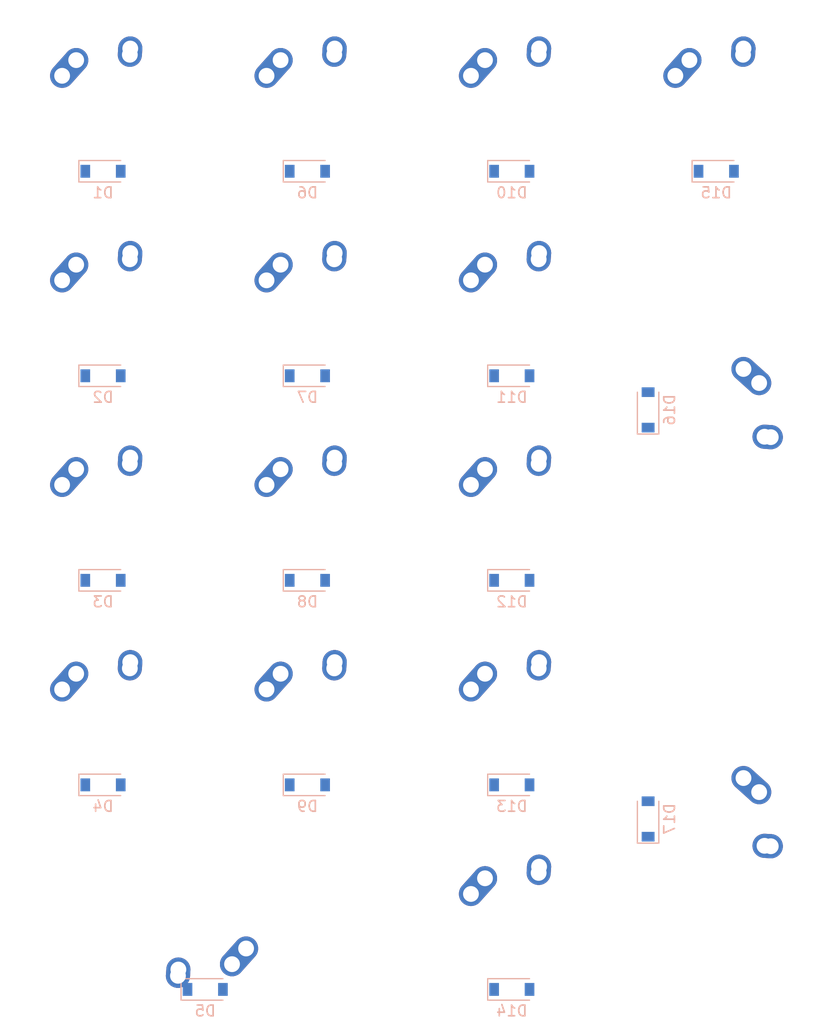
<source format=kicad_pcb>
(kicad_pcb (version 20171130) (host pcbnew "(5.1.5)-3")

  (general
    (thickness 1.6)
    (drawings 0)
    (tracks 0)
    (zones 0)
    (modules 34)
    (nets 27)
  )

  (page A4)
  (layers
    (0 F.Cu signal)
    (31 B.Cu signal)
    (32 B.Adhes user)
    (33 F.Adhes user)
    (34 B.Paste user)
    (35 F.Paste user)
    (36 B.SilkS user)
    (37 F.SilkS user)
    (38 B.Mask user)
    (39 F.Mask user)
    (40 Dwgs.User user)
    (41 Cmts.User user)
    (42 Eco1.User user)
    (43 Eco2.User user)
    (44 Edge.Cuts user)
    (45 Margin user)
    (46 B.CrtYd user)
    (47 F.CrtYd user)
    (48 B.Fab user)
    (49 F.Fab user)
  )

  (setup
    (last_trace_width 0.25)
    (trace_clearance 0.2)
    (zone_clearance 0.508)
    (zone_45_only no)
    (trace_min 0.2)
    (via_size 0.8)
    (via_drill 0.4)
    (via_min_size 0.4)
    (via_min_drill 0.3)
    (uvia_size 0.3)
    (uvia_drill 0.1)
    (uvias_allowed no)
    (uvia_min_size 0.2)
    (uvia_min_drill 0.1)
    (edge_width 0.05)
    (segment_width 0.2)
    (pcb_text_width 0.3)
    (pcb_text_size 1.5 1.5)
    (mod_edge_width 0.12)
    (mod_text_size 1 1)
    (mod_text_width 0.15)
    (pad_size 1.524 1.524)
    (pad_drill 0.762)
    (pad_to_mask_clearance 0.051)
    (solder_mask_min_width 0.25)
    (aux_axis_origin 0 0)
    (visible_elements FFFFFF7F)
    (pcbplotparams
      (layerselection 0x010fc_ffffffff)
      (usegerberextensions false)
      (usegerberattributes false)
      (usegerberadvancedattributes false)
      (creategerberjobfile false)
      (excludeedgelayer true)
      (linewidth 0.100000)
      (plotframeref false)
      (viasonmask false)
      (mode 1)
      (useauxorigin false)
      (hpglpennumber 1)
      (hpglpenspeed 20)
      (hpglpendiameter 15.000000)
      (psnegative false)
      (psa4output false)
      (plotreference true)
      (plotvalue true)
      (plotinvisibletext false)
      (padsonsilk false)
      (subtractmaskfromsilk false)
      (outputformat 1)
      (mirror false)
      (drillshape 1)
      (scaleselection 1)
      (outputdirectory ""))
  )

  (net 0 "")
  (net 1 "Net-(D1-Pad1)")
  (net 2 "Net-(D1-Pad2)")
  (net 3 "Net-(D11-Pad1)")
  (net 4 "Net-(D2-Pad2)")
  (net 5 "Net-(D3-Pad2)")
  (net 6 "Net-(D12-Pad1)")
  (net 7 "Net-(D13-Pad1)")
  (net 8 "Net-(D4-Pad2)")
  (net 9 "Net-(D14-Pad1)")
  (net 10 "Net-(D5-Pad2)")
  (net 11 "Net-(D6-Pad2)")
  (net 12 "Net-(D7-Pad2)")
  (net 13 "Net-(D8-Pad2)")
  (net 14 "Net-(D9-Pad2)")
  (net 15 "Net-(D10-Pad2)")
  (net 16 "Net-(D11-Pad2)")
  (net 17 "Net-(D12-Pad2)")
  (net 18 "Net-(D13-Pad2)")
  (net 19 "Net-(D14-Pad2)")
  (net 20 "Net-(D15-Pad2)")
  (net 21 "Net-(D16-Pad2)")
  (net 22 "Net-(D17-Pad2)")
  (net 23 "Net-(MX1-Pad1)")
  (net 24 "Net-(MX6-Pad1)")
  (net 25 "Net-(MX10-Pad1)")
  (net 26 "Net-(MX15-Pad1)")

  (net_class Default "This is the default net class."
    (clearance 0.2)
    (trace_width 0.25)
    (via_dia 0.8)
    (via_drill 0.4)
    (uvia_dia 0.3)
    (uvia_drill 0.1)
    (add_net "Net-(D1-Pad1)")
    (add_net "Net-(D1-Pad2)")
    (add_net "Net-(D10-Pad2)")
    (add_net "Net-(D11-Pad1)")
    (add_net "Net-(D11-Pad2)")
    (add_net "Net-(D12-Pad1)")
    (add_net "Net-(D12-Pad2)")
    (add_net "Net-(D13-Pad1)")
    (add_net "Net-(D13-Pad2)")
    (add_net "Net-(D14-Pad1)")
    (add_net "Net-(D14-Pad2)")
    (add_net "Net-(D15-Pad2)")
    (add_net "Net-(D16-Pad2)")
    (add_net "Net-(D17-Pad2)")
    (add_net "Net-(D2-Pad2)")
    (add_net "Net-(D3-Pad2)")
    (add_net "Net-(D4-Pad2)")
    (add_net "Net-(D5-Pad2)")
    (add_net "Net-(D6-Pad2)")
    (add_net "Net-(D7-Pad2)")
    (add_net "Net-(D8-Pad2)")
    (add_net "Net-(D9-Pad2)")
    (add_net "Net-(MX1-Pad1)")
    (add_net "Net-(MX10-Pad1)")
    (add_net "Net-(MX15-Pad1)")
    (add_net "Net-(MX6-Pad1)")
  )

  (module Diode_SMD:D_SOD-123 (layer B.Cu) (tedit 58645DC7) (tstamp 60610224)
    (at 63.5 57.15)
    (descr SOD-123)
    (tags SOD-123)
    (path /6060B0D3)
    (attr smd)
    (fp_text reference D1 (at 0 2) (layer B.SilkS)
      (effects (font (size 1 1) (thickness 0.15)) (justify mirror))
    )
    (fp_text value BAT42W-V (at 0 -2.1) (layer B.Fab)
      (effects (font (size 1 1) (thickness 0.15)) (justify mirror))
    )
    (fp_text user %R (at 0 2) (layer B.Fab)
      (effects (font (size 1 1) (thickness 0.15)) (justify mirror))
    )
    (fp_line (start -2.25 1) (end -2.25 -1) (layer B.SilkS) (width 0.12))
    (fp_line (start 0.25 0) (end 0.75 0) (layer B.Fab) (width 0.1))
    (fp_line (start 0.25 -0.4) (end -0.35 0) (layer B.Fab) (width 0.1))
    (fp_line (start 0.25 0.4) (end 0.25 -0.4) (layer B.Fab) (width 0.1))
    (fp_line (start -0.35 0) (end 0.25 0.4) (layer B.Fab) (width 0.1))
    (fp_line (start -0.35 0) (end -0.35 -0.55) (layer B.Fab) (width 0.1))
    (fp_line (start -0.35 0) (end -0.35 0.55) (layer B.Fab) (width 0.1))
    (fp_line (start -0.75 0) (end -0.35 0) (layer B.Fab) (width 0.1))
    (fp_line (start -1.4 -0.9) (end -1.4 0.9) (layer B.Fab) (width 0.1))
    (fp_line (start 1.4 -0.9) (end -1.4 -0.9) (layer B.Fab) (width 0.1))
    (fp_line (start 1.4 0.9) (end 1.4 -0.9) (layer B.Fab) (width 0.1))
    (fp_line (start -1.4 0.9) (end 1.4 0.9) (layer B.Fab) (width 0.1))
    (fp_line (start -2.35 1.15) (end 2.35 1.15) (layer B.CrtYd) (width 0.05))
    (fp_line (start 2.35 1.15) (end 2.35 -1.15) (layer B.CrtYd) (width 0.05))
    (fp_line (start 2.35 -1.15) (end -2.35 -1.15) (layer B.CrtYd) (width 0.05))
    (fp_line (start -2.35 1.15) (end -2.35 -1.15) (layer B.CrtYd) (width 0.05))
    (fp_line (start -2.25 -1) (end 1.65 -1) (layer B.SilkS) (width 0.12))
    (fp_line (start -2.25 1) (end 1.65 1) (layer B.SilkS) (width 0.12))
    (pad 1 smd rect (at -1.65 0) (size 0.9 1.2) (layers B.Cu B.Paste B.Mask)
      (net 1 "Net-(D1-Pad1)"))
    (pad 2 smd rect (at 1.65 0) (size 0.9 1.2) (layers B.Cu B.Paste B.Mask)
      (net 2 "Net-(D1-Pad2)"))
    (model ${KISYS3DMOD}/Diode_SMD.3dshapes/D_SOD-123.wrl
      (at (xyz 0 0 0))
      (scale (xyz 1 1 1))
      (rotate (xyz 0 0 0))
    )
  )

  (module Diode_SMD:D_SOD-123 (layer B.Cu) (tedit 58645DC7) (tstamp 6061023D)
    (at 63.5 76.2)
    (descr SOD-123)
    (tags SOD-123)
    (path /6066D29F)
    (attr smd)
    (fp_text reference D2 (at 0 2) (layer B.SilkS)
      (effects (font (size 1 1) (thickness 0.15)) (justify mirror))
    )
    (fp_text value BAT42W-V (at 0 -2.1) (layer B.Fab)
      (effects (font (size 1 1) (thickness 0.15)) (justify mirror))
    )
    (fp_text user %R (at 0 2) (layer B.Fab)
      (effects (font (size 1 1) (thickness 0.15)) (justify mirror))
    )
    (fp_line (start -2.25 1) (end -2.25 -1) (layer B.SilkS) (width 0.12))
    (fp_line (start 0.25 0) (end 0.75 0) (layer B.Fab) (width 0.1))
    (fp_line (start 0.25 -0.4) (end -0.35 0) (layer B.Fab) (width 0.1))
    (fp_line (start 0.25 0.4) (end 0.25 -0.4) (layer B.Fab) (width 0.1))
    (fp_line (start -0.35 0) (end 0.25 0.4) (layer B.Fab) (width 0.1))
    (fp_line (start -0.35 0) (end -0.35 -0.55) (layer B.Fab) (width 0.1))
    (fp_line (start -0.35 0) (end -0.35 0.55) (layer B.Fab) (width 0.1))
    (fp_line (start -0.75 0) (end -0.35 0) (layer B.Fab) (width 0.1))
    (fp_line (start -1.4 -0.9) (end -1.4 0.9) (layer B.Fab) (width 0.1))
    (fp_line (start 1.4 -0.9) (end -1.4 -0.9) (layer B.Fab) (width 0.1))
    (fp_line (start 1.4 0.9) (end 1.4 -0.9) (layer B.Fab) (width 0.1))
    (fp_line (start -1.4 0.9) (end 1.4 0.9) (layer B.Fab) (width 0.1))
    (fp_line (start -2.35 1.15) (end 2.35 1.15) (layer B.CrtYd) (width 0.05))
    (fp_line (start 2.35 1.15) (end 2.35 -1.15) (layer B.CrtYd) (width 0.05))
    (fp_line (start 2.35 -1.15) (end -2.35 -1.15) (layer B.CrtYd) (width 0.05))
    (fp_line (start -2.35 1.15) (end -2.35 -1.15) (layer B.CrtYd) (width 0.05))
    (fp_line (start -2.25 -1) (end 1.65 -1) (layer B.SilkS) (width 0.12))
    (fp_line (start -2.25 1) (end 1.65 1) (layer B.SilkS) (width 0.12))
    (pad 1 smd rect (at -1.65 0) (size 0.9 1.2) (layers B.Cu B.Paste B.Mask)
      (net 3 "Net-(D11-Pad1)"))
    (pad 2 smd rect (at 1.65 0) (size 0.9 1.2) (layers B.Cu B.Paste B.Mask)
      (net 4 "Net-(D2-Pad2)"))
    (model ${KISYS3DMOD}/Diode_SMD.3dshapes/D_SOD-123.wrl
      (at (xyz 0 0 0))
      (scale (xyz 1 1 1))
      (rotate (xyz 0 0 0))
    )
  )

  (module Diode_SMD:D_SOD-123 (layer B.Cu) (tedit 58645DC7) (tstamp 60610256)
    (at 63.5 95.25)
    (descr SOD-123)
    (tags SOD-123)
    (path /6067FA57)
    (attr smd)
    (fp_text reference D3 (at 0 2) (layer B.SilkS)
      (effects (font (size 1 1) (thickness 0.15)) (justify mirror))
    )
    (fp_text value BAT42W-V (at 0 -2.1) (layer B.Fab)
      (effects (font (size 1 1) (thickness 0.15)) (justify mirror))
    )
    (fp_line (start -2.25 1) (end 1.65 1) (layer B.SilkS) (width 0.12))
    (fp_line (start -2.25 -1) (end 1.65 -1) (layer B.SilkS) (width 0.12))
    (fp_line (start -2.35 1.15) (end -2.35 -1.15) (layer B.CrtYd) (width 0.05))
    (fp_line (start 2.35 -1.15) (end -2.35 -1.15) (layer B.CrtYd) (width 0.05))
    (fp_line (start 2.35 1.15) (end 2.35 -1.15) (layer B.CrtYd) (width 0.05))
    (fp_line (start -2.35 1.15) (end 2.35 1.15) (layer B.CrtYd) (width 0.05))
    (fp_line (start -1.4 0.9) (end 1.4 0.9) (layer B.Fab) (width 0.1))
    (fp_line (start 1.4 0.9) (end 1.4 -0.9) (layer B.Fab) (width 0.1))
    (fp_line (start 1.4 -0.9) (end -1.4 -0.9) (layer B.Fab) (width 0.1))
    (fp_line (start -1.4 -0.9) (end -1.4 0.9) (layer B.Fab) (width 0.1))
    (fp_line (start -0.75 0) (end -0.35 0) (layer B.Fab) (width 0.1))
    (fp_line (start -0.35 0) (end -0.35 0.55) (layer B.Fab) (width 0.1))
    (fp_line (start -0.35 0) (end -0.35 -0.55) (layer B.Fab) (width 0.1))
    (fp_line (start -0.35 0) (end 0.25 0.4) (layer B.Fab) (width 0.1))
    (fp_line (start 0.25 0.4) (end 0.25 -0.4) (layer B.Fab) (width 0.1))
    (fp_line (start 0.25 -0.4) (end -0.35 0) (layer B.Fab) (width 0.1))
    (fp_line (start 0.25 0) (end 0.75 0) (layer B.Fab) (width 0.1))
    (fp_line (start -2.25 1) (end -2.25 -1) (layer B.SilkS) (width 0.12))
    (fp_text user %R (at 0 2) (layer B.Fab)
      (effects (font (size 1 1) (thickness 0.15)) (justify mirror))
    )
    (pad 2 smd rect (at 1.65 0) (size 0.9 1.2) (layers B.Cu B.Paste B.Mask)
      (net 5 "Net-(D3-Pad2)"))
    (pad 1 smd rect (at -1.65 0) (size 0.9 1.2) (layers B.Cu B.Paste B.Mask)
      (net 6 "Net-(D12-Pad1)"))
    (model ${KISYS3DMOD}/Diode_SMD.3dshapes/D_SOD-123.wrl
      (at (xyz 0 0 0))
      (scale (xyz 1 1 1))
      (rotate (xyz 0 0 0))
    )
  )

  (module Diode_SMD:D_SOD-123 (layer B.Cu) (tedit 58645DC7) (tstamp 6061026F)
    (at 63.5 114.3)
    (descr SOD-123)
    (tags SOD-123)
    (path /6067FA8B)
    (attr smd)
    (fp_text reference D4 (at 0 2) (layer B.SilkS)
      (effects (font (size 1 1) (thickness 0.15)) (justify mirror))
    )
    (fp_text value BAT42W-V (at 0 -2.1) (layer B.Fab)
      (effects (font (size 1 1) (thickness 0.15)) (justify mirror))
    )
    (fp_text user %R (at 0 2) (layer B.Fab)
      (effects (font (size 1 1) (thickness 0.15)) (justify mirror))
    )
    (fp_line (start -2.25 1) (end -2.25 -1) (layer B.SilkS) (width 0.12))
    (fp_line (start 0.25 0) (end 0.75 0) (layer B.Fab) (width 0.1))
    (fp_line (start 0.25 -0.4) (end -0.35 0) (layer B.Fab) (width 0.1))
    (fp_line (start 0.25 0.4) (end 0.25 -0.4) (layer B.Fab) (width 0.1))
    (fp_line (start -0.35 0) (end 0.25 0.4) (layer B.Fab) (width 0.1))
    (fp_line (start -0.35 0) (end -0.35 -0.55) (layer B.Fab) (width 0.1))
    (fp_line (start -0.35 0) (end -0.35 0.55) (layer B.Fab) (width 0.1))
    (fp_line (start -0.75 0) (end -0.35 0) (layer B.Fab) (width 0.1))
    (fp_line (start -1.4 -0.9) (end -1.4 0.9) (layer B.Fab) (width 0.1))
    (fp_line (start 1.4 -0.9) (end -1.4 -0.9) (layer B.Fab) (width 0.1))
    (fp_line (start 1.4 0.9) (end 1.4 -0.9) (layer B.Fab) (width 0.1))
    (fp_line (start -1.4 0.9) (end 1.4 0.9) (layer B.Fab) (width 0.1))
    (fp_line (start -2.35 1.15) (end 2.35 1.15) (layer B.CrtYd) (width 0.05))
    (fp_line (start 2.35 1.15) (end 2.35 -1.15) (layer B.CrtYd) (width 0.05))
    (fp_line (start 2.35 -1.15) (end -2.35 -1.15) (layer B.CrtYd) (width 0.05))
    (fp_line (start -2.35 1.15) (end -2.35 -1.15) (layer B.CrtYd) (width 0.05))
    (fp_line (start -2.25 -1) (end 1.65 -1) (layer B.SilkS) (width 0.12))
    (fp_line (start -2.25 1) (end 1.65 1) (layer B.SilkS) (width 0.12))
    (pad 1 smd rect (at -1.65 0) (size 0.9 1.2) (layers B.Cu B.Paste B.Mask)
      (net 7 "Net-(D13-Pad1)"))
    (pad 2 smd rect (at 1.65 0) (size 0.9 1.2) (layers B.Cu B.Paste B.Mask)
      (net 8 "Net-(D4-Pad2)"))
    (model ${KISYS3DMOD}/Diode_SMD.3dshapes/D_SOD-123.wrl
      (at (xyz 0 0 0))
      (scale (xyz 1 1 1))
      (rotate (xyz 0 0 0))
    )
  )

  (module Diode_SMD:D_SOD-123 (layer B.Cu) (tedit 58645DC7) (tstamp 60610288)
    (at 73.025 133.35)
    (descr SOD-123)
    (tags SOD-123)
    (path /606914B5)
    (attr smd)
    (fp_text reference D5 (at 0 2) (layer B.SilkS)
      (effects (font (size 1 1) (thickness 0.15)) (justify mirror))
    )
    (fp_text value BAT42W-V (at 0 -2.1) (layer B.Fab)
      (effects (font (size 1 1) (thickness 0.15)) (justify mirror))
    )
    (fp_text user %R (at 0 2) (layer B.Fab)
      (effects (font (size 1 1) (thickness 0.15)) (justify mirror))
    )
    (fp_line (start -2.25 1) (end -2.25 -1) (layer B.SilkS) (width 0.12))
    (fp_line (start 0.25 0) (end 0.75 0) (layer B.Fab) (width 0.1))
    (fp_line (start 0.25 -0.4) (end -0.35 0) (layer B.Fab) (width 0.1))
    (fp_line (start 0.25 0.4) (end 0.25 -0.4) (layer B.Fab) (width 0.1))
    (fp_line (start -0.35 0) (end 0.25 0.4) (layer B.Fab) (width 0.1))
    (fp_line (start -0.35 0) (end -0.35 -0.55) (layer B.Fab) (width 0.1))
    (fp_line (start -0.35 0) (end -0.35 0.55) (layer B.Fab) (width 0.1))
    (fp_line (start -0.75 0) (end -0.35 0) (layer B.Fab) (width 0.1))
    (fp_line (start -1.4 -0.9) (end -1.4 0.9) (layer B.Fab) (width 0.1))
    (fp_line (start 1.4 -0.9) (end -1.4 -0.9) (layer B.Fab) (width 0.1))
    (fp_line (start 1.4 0.9) (end 1.4 -0.9) (layer B.Fab) (width 0.1))
    (fp_line (start -1.4 0.9) (end 1.4 0.9) (layer B.Fab) (width 0.1))
    (fp_line (start -2.35 1.15) (end 2.35 1.15) (layer B.CrtYd) (width 0.05))
    (fp_line (start 2.35 1.15) (end 2.35 -1.15) (layer B.CrtYd) (width 0.05))
    (fp_line (start 2.35 -1.15) (end -2.35 -1.15) (layer B.CrtYd) (width 0.05))
    (fp_line (start -2.35 1.15) (end -2.35 -1.15) (layer B.CrtYd) (width 0.05))
    (fp_line (start -2.25 -1) (end 1.65 -1) (layer B.SilkS) (width 0.12))
    (fp_line (start -2.25 1) (end 1.65 1) (layer B.SilkS) (width 0.12))
    (pad 1 smd rect (at -1.65 0) (size 0.9 1.2) (layers B.Cu B.Paste B.Mask)
      (net 9 "Net-(D14-Pad1)"))
    (pad 2 smd rect (at 1.65 0) (size 0.9 1.2) (layers B.Cu B.Paste B.Mask)
      (net 10 "Net-(D5-Pad2)"))
    (model ${KISYS3DMOD}/Diode_SMD.3dshapes/D_SOD-123.wrl
      (at (xyz 0 0 0))
      (scale (xyz 1 1 1))
      (rotate (xyz 0 0 0))
    )
  )

  (module Diode_SMD:D_SOD-123 (layer B.Cu) (tedit 58645DC7) (tstamp 606102A1)
    (at 82.55 57.15)
    (descr SOD-123)
    (tags SOD-123)
    (path /606592BC)
    (attr smd)
    (fp_text reference D6 (at 0 2) (layer B.SilkS)
      (effects (font (size 1 1) (thickness 0.15)) (justify mirror))
    )
    (fp_text value BAT42W-V (at 0 -2.1) (layer B.Fab)
      (effects (font (size 1 1) (thickness 0.15)) (justify mirror))
    )
    (fp_line (start -2.25 1) (end 1.65 1) (layer B.SilkS) (width 0.12))
    (fp_line (start -2.25 -1) (end 1.65 -1) (layer B.SilkS) (width 0.12))
    (fp_line (start -2.35 1.15) (end -2.35 -1.15) (layer B.CrtYd) (width 0.05))
    (fp_line (start 2.35 -1.15) (end -2.35 -1.15) (layer B.CrtYd) (width 0.05))
    (fp_line (start 2.35 1.15) (end 2.35 -1.15) (layer B.CrtYd) (width 0.05))
    (fp_line (start -2.35 1.15) (end 2.35 1.15) (layer B.CrtYd) (width 0.05))
    (fp_line (start -1.4 0.9) (end 1.4 0.9) (layer B.Fab) (width 0.1))
    (fp_line (start 1.4 0.9) (end 1.4 -0.9) (layer B.Fab) (width 0.1))
    (fp_line (start 1.4 -0.9) (end -1.4 -0.9) (layer B.Fab) (width 0.1))
    (fp_line (start -1.4 -0.9) (end -1.4 0.9) (layer B.Fab) (width 0.1))
    (fp_line (start -0.75 0) (end -0.35 0) (layer B.Fab) (width 0.1))
    (fp_line (start -0.35 0) (end -0.35 0.55) (layer B.Fab) (width 0.1))
    (fp_line (start -0.35 0) (end -0.35 -0.55) (layer B.Fab) (width 0.1))
    (fp_line (start -0.35 0) (end 0.25 0.4) (layer B.Fab) (width 0.1))
    (fp_line (start 0.25 0.4) (end 0.25 -0.4) (layer B.Fab) (width 0.1))
    (fp_line (start 0.25 -0.4) (end -0.35 0) (layer B.Fab) (width 0.1))
    (fp_line (start 0.25 0) (end 0.75 0) (layer B.Fab) (width 0.1))
    (fp_line (start -2.25 1) (end -2.25 -1) (layer B.SilkS) (width 0.12))
    (fp_text user %R (at 0 2) (layer B.Fab)
      (effects (font (size 1 1) (thickness 0.15)) (justify mirror))
    )
    (pad 2 smd rect (at 1.65 0) (size 0.9 1.2) (layers B.Cu B.Paste B.Mask)
      (net 11 "Net-(D6-Pad2)"))
    (pad 1 smd rect (at -1.65 0) (size 0.9 1.2) (layers B.Cu B.Paste B.Mask)
      (net 1 "Net-(D1-Pad1)"))
    (model ${KISYS3DMOD}/Diode_SMD.3dshapes/D_SOD-123.wrl
      (at (xyz 0 0 0))
      (scale (xyz 1 1 1))
      (rotate (xyz 0 0 0))
    )
  )

  (module Diode_SMD:D_SOD-123 (layer B.Cu) (tedit 58645DC7) (tstamp 606102BA)
    (at 82.55 76.2)
    (descr SOD-123)
    (tags SOD-123)
    (path /6066D2AC)
    (attr smd)
    (fp_text reference D7 (at 0 2) (layer B.SilkS)
      (effects (font (size 1 1) (thickness 0.15)) (justify mirror))
    )
    (fp_text value BAT42W-V (at 0 -2.1) (layer B.Fab)
      (effects (font (size 1 1) (thickness 0.15)) (justify mirror))
    )
    (fp_line (start -2.25 1) (end 1.65 1) (layer B.SilkS) (width 0.12))
    (fp_line (start -2.25 -1) (end 1.65 -1) (layer B.SilkS) (width 0.12))
    (fp_line (start -2.35 1.15) (end -2.35 -1.15) (layer B.CrtYd) (width 0.05))
    (fp_line (start 2.35 -1.15) (end -2.35 -1.15) (layer B.CrtYd) (width 0.05))
    (fp_line (start 2.35 1.15) (end 2.35 -1.15) (layer B.CrtYd) (width 0.05))
    (fp_line (start -2.35 1.15) (end 2.35 1.15) (layer B.CrtYd) (width 0.05))
    (fp_line (start -1.4 0.9) (end 1.4 0.9) (layer B.Fab) (width 0.1))
    (fp_line (start 1.4 0.9) (end 1.4 -0.9) (layer B.Fab) (width 0.1))
    (fp_line (start 1.4 -0.9) (end -1.4 -0.9) (layer B.Fab) (width 0.1))
    (fp_line (start -1.4 -0.9) (end -1.4 0.9) (layer B.Fab) (width 0.1))
    (fp_line (start -0.75 0) (end -0.35 0) (layer B.Fab) (width 0.1))
    (fp_line (start -0.35 0) (end -0.35 0.55) (layer B.Fab) (width 0.1))
    (fp_line (start -0.35 0) (end -0.35 -0.55) (layer B.Fab) (width 0.1))
    (fp_line (start -0.35 0) (end 0.25 0.4) (layer B.Fab) (width 0.1))
    (fp_line (start 0.25 0.4) (end 0.25 -0.4) (layer B.Fab) (width 0.1))
    (fp_line (start 0.25 -0.4) (end -0.35 0) (layer B.Fab) (width 0.1))
    (fp_line (start 0.25 0) (end 0.75 0) (layer B.Fab) (width 0.1))
    (fp_line (start -2.25 1) (end -2.25 -1) (layer B.SilkS) (width 0.12))
    (fp_text user %R (at 0 2) (layer B.Fab)
      (effects (font (size 1 1) (thickness 0.15)) (justify mirror))
    )
    (pad 2 smd rect (at 1.65 0) (size 0.9 1.2) (layers B.Cu B.Paste B.Mask)
      (net 12 "Net-(D7-Pad2)"))
    (pad 1 smd rect (at -1.65 0) (size 0.9 1.2) (layers B.Cu B.Paste B.Mask)
      (net 3 "Net-(D11-Pad1)"))
    (model ${KISYS3DMOD}/Diode_SMD.3dshapes/D_SOD-123.wrl
      (at (xyz 0 0 0))
      (scale (xyz 1 1 1))
      (rotate (xyz 0 0 0))
    )
  )

  (module Diode_SMD:D_SOD-123 (layer B.Cu) (tedit 58645DC7) (tstamp 606102D3)
    (at 82.55 95.25)
    (descr SOD-123)
    (tags SOD-123)
    (path /6067FA64)
    (attr smd)
    (fp_text reference D8 (at 0 2) (layer B.SilkS)
      (effects (font (size 1 1) (thickness 0.15)) (justify mirror))
    )
    (fp_text value BAT42W-V (at 0 -2.1) (layer B.Fab)
      (effects (font (size 1 1) (thickness 0.15)) (justify mirror))
    )
    (fp_text user %R (at 0 2) (layer B.Fab)
      (effects (font (size 1 1) (thickness 0.15)) (justify mirror))
    )
    (fp_line (start -2.25 1) (end -2.25 -1) (layer B.SilkS) (width 0.12))
    (fp_line (start 0.25 0) (end 0.75 0) (layer B.Fab) (width 0.1))
    (fp_line (start 0.25 -0.4) (end -0.35 0) (layer B.Fab) (width 0.1))
    (fp_line (start 0.25 0.4) (end 0.25 -0.4) (layer B.Fab) (width 0.1))
    (fp_line (start -0.35 0) (end 0.25 0.4) (layer B.Fab) (width 0.1))
    (fp_line (start -0.35 0) (end -0.35 -0.55) (layer B.Fab) (width 0.1))
    (fp_line (start -0.35 0) (end -0.35 0.55) (layer B.Fab) (width 0.1))
    (fp_line (start -0.75 0) (end -0.35 0) (layer B.Fab) (width 0.1))
    (fp_line (start -1.4 -0.9) (end -1.4 0.9) (layer B.Fab) (width 0.1))
    (fp_line (start 1.4 -0.9) (end -1.4 -0.9) (layer B.Fab) (width 0.1))
    (fp_line (start 1.4 0.9) (end 1.4 -0.9) (layer B.Fab) (width 0.1))
    (fp_line (start -1.4 0.9) (end 1.4 0.9) (layer B.Fab) (width 0.1))
    (fp_line (start -2.35 1.15) (end 2.35 1.15) (layer B.CrtYd) (width 0.05))
    (fp_line (start 2.35 1.15) (end 2.35 -1.15) (layer B.CrtYd) (width 0.05))
    (fp_line (start 2.35 -1.15) (end -2.35 -1.15) (layer B.CrtYd) (width 0.05))
    (fp_line (start -2.35 1.15) (end -2.35 -1.15) (layer B.CrtYd) (width 0.05))
    (fp_line (start -2.25 -1) (end 1.65 -1) (layer B.SilkS) (width 0.12))
    (fp_line (start -2.25 1) (end 1.65 1) (layer B.SilkS) (width 0.12))
    (pad 1 smd rect (at -1.65 0) (size 0.9 1.2) (layers B.Cu B.Paste B.Mask)
      (net 6 "Net-(D12-Pad1)"))
    (pad 2 smd rect (at 1.65 0) (size 0.9 1.2) (layers B.Cu B.Paste B.Mask)
      (net 13 "Net-(D8-Pad2)"))
    (model ${KISYS3DMOD}/Diode_SMD.3dshapes/D_SOD-123.wrl
      (at (xyz 0 0 0))
      (scale (xyz 1 1 1))
      (rotate (xyz 0 0 0))
    )
  )

  (module Diode_SMD:D_SOD-123 (layer B.Cu) (tedit 58645DC7) (tstamp 606102EC)
    (at 82.55 114.3)
    (descr SOD-123)
    (tags SOD-123)
    (path /6067FA98)
    (attr smd)
    (fp_text reference D9 (at 0 2) (layer B.SilkS)
      (effects (font (size 1 1) (thickness 0.15)) (justify mirror))
    )
    (fp_text value BAT42W-V (at 0 -2.1) (layer B.Fab)
      (effects (font (size 1 1) (thickness 0.15)) (justify mirror))
    )
    (fp_line (start -2.25 1) (end 1.65 1) (layer B.SilkS) (width 0.12))
    (fp_line (start -2.25 -1) (end 1.65 -1) (layer B.SilkS) (width 0.12))
    (fp_line (start -2.35 1.15) (end -2.35 -1.15) (layer B.CrtYd) (width 0.05))
    (fp_line (start 2.35 -1.15) (end -2.35 -1.15) (layer B.CrtYd) (width 0.05))
    (fp_line (start 2.35 1.15) (end 2.35 -1.15) (layer B.CrtYd) (width 0.05))
    (fp_line (start -2.35 1.15) (end 2.35 1.15) (layer B.CrtYd) (width 0.05))
    (fp_line (start -1.4 0.9) (end 1.4 0.9) (layer B.Fab) (width 0.1))
    (fp_line (start 1.4 0.9) (end 1.4 -0.9) (layer B.Fab) (width 0.1))
    (fp_line (start 1.4 -0.9) (end -1.4 -0.9) (layer B.Fab) (width 0.1))
    (fp_line (start -1.4 -0.9) (end -1.4 0.9) (layer B.Fab) (width 0.1))
    (fp_line (start -0.75 0) (end -0.35 0) (layer B.Fab) (width 0.1))
    (fp_line (start -0.35 0) (end -0.35 0.55) (layer B.Fab) (width 0.1))
    (fp_line (start -0.35 0) (end -0.35 -0.55) (layer B.Fab) (width 0.1))
    (fp_line (start -0.35 0) (end 0.25 0.4) (layer B.Fab) (width 0.1))
    (fp_line (start 0.25 0.4) (end 0.25 -0.4) (layer B.Fab) (width 0.1))
    (fp_line (start 0.25 -0.4) (end -0.35 0) (layer B.Fab) (width 0.1))
    (fp_line (start 0.25 0) (end 0.75 0) (layer B.Fab) (width 0.1))
    (fp_line (start -2.25 1) (end -2.25 -1) (layer B.SilkS) (width 0.12))
    (fp_text user %R (at 0 2) (layer B.Fab)
      (effects (font (size 1 1) (thickness 0.15)) (justify mirror))
    )
    (pad 2 smd rect (at 1.65 0) (size 0.9 1.2) (layers B.Cu B.Paste B.Mask)
      (net 14 "Net-(D9-Pad2)"))
    (pad 1 smd rect (at -1.65 0) (size 0.9 1.2) (layers B.Cu B.Paste B.Mask)
      (net 7 "Net-(D13-Pad1)"))
    (model ${KISYS3DMOD}/Diode_SMD.3dshapes/D_SOD-123.wrl
      (at (xyz 0 0 0))
      (scale (xyz 1 1 1))
      (rotate (xyz 0 0 0))
    )
  )

  (module Diode_SMD:D_SOD-123 (layer B.Cu) (tedit 58645DC7) (tstamp 60610305)
    (at 101.6 57.15)
    (descr SOD-123)
    (tags SOD-123)
    (path /6065A977)
    (attr smd)
    (fp_text reference D10 (at 0 2) (layer B.SilkS)
      (effects (font (size 1 1) (thickness 0.15)) (justify mirror))
    )
    (fp_text value BAT42W-V (at 0 -2.1) (layer B.Fab)
      (effects (font (size 1 1) (thickness 0.15)) (justify mirror))
    )
    (fp_text user %R (at 0 2) (layer B.Fab)
      (effects (font (size 1 1) (thickness 0.15)) (justify mirror))
    )
    (fp_line (start -2.25 1) (end -2.25 -1) (layer B.SilkS) (width 0.12))
    (fp_line (start 0.25 0) (end 0.75 0) (layer B.Fab) (width 0.1))
    (fp_line (start 0.25 -0.4) (end -0.35 0) (layer B.Fab) (width 0.1))
    (fp_line (start 0.25 0.4) (end 0.25 -0.4) (layer B.Fab) (width 0.1))
    (fp_line (start -0.35 0) (end 0.25 0.4) (layer B.Fab) (width 0.1))
    (fp_line (start -0.35 0) (end -0.35 -0.55) (layer B.Fab) (width 0.1))
    (fp_line (start -0.35 0) (end -0.35 0.55) (layer B.Fab) (width 0.1))
    (fp_line (start -0.75 0) (end -0.35 0) (layer B.Fab) (width 0.1))
    (fp_line (start -1.4 -0.9) (end -1.4 0.9) (layer B.Fab) (width 0.1))
    (fp_line (start 1.4 -0.9) (end -1.4 -0.9) (layer B.Fab) (width 0.1))
    (fp_line (start 1.4 0.9) (end 1.4 -0.9) (layer B.Fab) (width 0.1))
    (fp_line (start -1.4 0.9) (end 1.4 0.9) (layer B.Fab) (width 0.1))
    (fp_line (start -2.35 1.15) (end 2.35 1.15) (layer B.CrtYd) (width 0.05))
    (fp_line (start 2.35 1.15) (end 2.35 -1.15) (layer B.CrtYd) (width 0.05))
    (fp_line (start 2.35 -1.15) (end -2.35 -1.15) (layer B.CrtYd) (width 0.05))
    (fp_line (start -2.35 1.15) (end -2.35 -1.15) (layer B.CrtYd) (width 0.05))
    (fp_line (start -2.25 -1) (end 1.65 -1) (layer B.SilkS) (width 0.12))
    (fp_line (start -2.25 1) (end 1.65 1) (layer B.SilkS) (width 0.12))
    (pad 1 smd rect (at -1.65 0) (size 0.9 1.2) (layers B.Cu B.Paste B.Mask)
      (net 1 "Net-(D1-Pad1)"))
    (pad 2 smd rect (at 1.65 0) (size 0.9 1.2) (layers B.Cu B.Paste B.Mask)
      (net 15 "Net-(D10-Pad2)"))
    (model ${KISYS3DMOD}/Diode_SMD.3dshapes/D_SOD-123.wrl
      (at (xyz 0 0 0))
      (scale (xyz 1 1 1))
      (rotate (xyz 0 0 0))
    )
  )

  (module Diode_SMD:D_SOD-123 (layer B.Cu) (tedit 58645DC7) (tstamp 6061031E)
    (at 101.6 76.2)
    (descr SOD-123)
    (tags SOD-123)
    (path /6066D2B9)
    (attr smd)
    (fp_text reference D11 (at 0 2) (layer B.SilkS)
      (effects (font (size 1 1) (thickness 0.15)) (justify mirror))
    )
    (fp_text value BAT42W-V (at 0 -2.1) (layer B.Fab)
      (effects (font (size 1 1) (thickness 0.15)) (justify mirror))
    )
    (fp_text user %R (at 0 2) (layer B.Fab)
      (effects (font (size 1 1) (thickness 0.15)) (justify mirror))
    )
    (fp_line (start -2.25 1) (end -2.25 -1) (layer B.SilkS) (width 0.12))
    (fp_line (start 0.25 0) (end 0.75 0) (layer B.Fab) (width 0.1))
    (fp_line (start 0.25 -0.4) (end -0.35 0) (layer B.Fab) (width 0.1))
    (fp_line (start 0.25 0.4) (end 0.25 -0.4) (layer B.Fab) (width 0.1))
    (fp_line (start -0.35 0) (end 0.25 0.4) (layer B.Fab) (width 0.1))
    (fp_line (start -0.35 0) (end -0.35 -0.55) (layer B.Fab) (width 0.1))
    (fp_line (start -0.35 0) (end -0.35 0.55) (layer B.Fab) (width 0.1))
    (fp_line (start -0.75 0) (end -0.35 0) (layer B.Fab) (width 0.1))
    (fp_line (start -1.4 -0.9) (end -1.4 0.9) (layer B.Fab) (width 0.1))
    (fp_line (start 1.4 -0.9) (end -1.4 -0.9) (layer B.Fab) (width 0.1))
    (fp_line (start 1.4 0.9) (end 1.4 -0.9) (layer B.Fab) (width 0.1))
    (fp_line (start -1.4 0.9) (end 1.4 0.9) (layer B.Fab) (width 0.1))
    (fp_line (start -2.35 1.15) (end 2.35 1.15) (layer B.CrtYd) (width 0.05))
    (fp_line (start 2.35 1.15) (end 2.35 -1.15) (layer B.CrtYd) (width 0.05))
    (fp_line (start 2.35 -1.15) (end -2.35 -1.15) (layer B.CrtYd) (width 0.05))
    (fp_line (start -2.35 1.15) (end -2.35 -1.15) (layer B.CrtYd) (width 0.05))
    (fp_line (start -2.25 -1) (end 1.65 -1) (layer B.SilkS) (width 0.12))
    (fp_line (start -2.25 1) (end 1.65 1) (layer B.SilkS) (width 0.12))
    (pad 1 smd rect (at -1.65 0) (size 0.9 1.2) (layers B.Cu B.Paste B.Mask)
      (net 3 "Net-(D11-Pad1)"))
    (pad 2 smd rect (at 1.65 0) (size 0.9 1.2) (layers B.Cu B.Paste B.Mask)
      (net 16 "Net-(D11-Pad2)"))
    (model ${KISYS3DMOD}/Diode_SMD.3dshapes/D_SOD-123.wrl
      (at (xyz 0 0 0))
      (scale (xyz 1 1 1))
      (rotate (xyz 0 0 0))
    )
  )

  (module Diode_SMD:D_SOD-123 (layer B.Cu) (tedit 58645DC7) (tstamp 60610337)
    (at 101.6 95.25)
    (descr SOD-123)
    (tags SOD-123)
    (path /6067FA71)
    (attr smd)
    (fp_text reference D12 (at 0 2) (layer B.SilkS)
      (effects (font (size 1 1) (thickness 0.15)) (justify mirror))
    )
    (fp_text value BAT42W-V (at 0 -2.1) (layer B.Fab)
      (effects (font (size 1 1) (thickness 0.15)) (justify mirror))
    )
    (fp_line (start -2.25 1) (end 1.65 1) (layer B.SilkS) (width 0.12))
    (fp_line (start -2.25 -1) (end 1.65 -1) (layer B.SilkS) (width 0.12))
    (fp_line (start -2.35 1.15) (end -2.35 -1.15) (layer B.CrtYd) (width 0.05))
    (fp_line (start 2.35 -1.15) (end -2.35 -1.15) (layer B.CrtYd) (width 0.05))
    (fp_line (start 2.35 1.15) (end 2.35 -1.15) (layer B.CrtYd) (width 0.05))
    (fp_line (start -2.35 1.15) (end 2.35 1.15) (layer B.CrtYd) (width 0.05))
    (fp_line (start -1.4 0.9) (end 1.4 0.9) (layer B.Fab) (width 0.1))
    (fp_line (start 1.4 0.9) (end 1.4 -0.9) (layer B.Fab) (width 0.1))
    (fp_line (start 1.4 -0.9) (end -1.4 -0.9) (layer B.Fab) (width 0.1))
    (fp_line (start -1.4 -0.9) (end -1.4 0.9) (layer B.Fab) (width 0.1))
    (fp_line (start -0.75 0) (end -0.35 0) (layer B.Fab) (width 0.1))
    (fp_line (start -0.35 0) (end -0.35 0.55) (layer B.Fab) (width 0.1))
    (fp_line (start -0.35 0) (end -0.35 -0.55) (layer B.Fab) (width 0.1))
    (fp_line (start -0.35 0) (end 0.25 0.4) (layer B.Fab) (width 0.1))
    (fp_line (start 0.25 0.4) (end 0.25 -0.4) (layer B.Fab) (width 0.1))
    (fp_line (start 0.25 -0.4) (end -0.35 0) (layer B.Fab) (width 0.1))
    (fp_line (start 0.25 0) (end 0.75 0) (layer B.Fab) (width 0.1))
    (fp_line (start -2.25 1) (end -2.25 -1) (layer B.SilkS) (width 0.12))
    (fp_text user %R (at 0 2) (layer B.Fab)
      (effects (font (size 1 1) (thickness 0.15)) (justify mirror))
    )
    (pad 2 smd rect (at 1.65 0) (size 0.9 1.2) (layers B.Cu B.Paste B.Mask)
      (net 17 "Net-(D12-Pad2)"))
    (pad 1 smd rect (at -1.65 0) (size 0.9 1.2) (layers B.Cu B.Paste B.Mask)
      (net 6 "Net-(D12-Pad1)"))
    (model ${KISYS3DMOD}/Diode_SMD.3dshapes/D_SOD-123.wrl
      (at (xyz 0 0 0))
      (scale (xyz 1 1 1))
      (rotate (xyz 0 0 0))
    )
  )

  (module Diode_SMD:D_SOD-123 (layer B.Cu) (tedit 58645DC7) (tstamp 60610350)
    (at 101.6 114.3)
    (descr SOD-123)
    (tags SOD-123)
    (path /6067FAA5)
    (attr smd)
    (fp_text reference D13 (at 0 2) (layer B.SilkS)
      (effects (font (size 1 1) (thickness 0.15)) (justify mirror))
    )
    (fp_text value BAT42W-V (at 0 -2.1) (layer B.Fab)
      (effects (font (size 1 1) (thickness 0.15)) (justify mirror))
    )
    (fp_line (start -2.25 1) (end 1.65 1) (layer B.SilkS) (width 0.12))
    (fp_line (start -2.25 -1) (end 1.65 -1) (layer B.SilkS) (width 0.12))
    (fp_line (start -2.35 1.15) (end -2.35 -1.15) (layer B.CrtYd) (width 0.05))
    (fp_line (start 2.35 -1.15) (end -2.35 -1.15) (layer B.CrtYd) (width 0.05))
    (fp_line (start 2.35 1.15) (end 2.35 -1.15) (layer B.CrtYd) (width 0.05))
    (fp_line (start -2.35 1.15) (end 2.35 1.15) (layer B.CrtYd) (width 0.05))
    (fp_line (start -1.4 0.9) (end 1.4 0.9) (layer B.Fab) (width 0.1))
    (fp_line (start 1.4 0.9) (end 1.4 -0.9) (layer B.Fab) (width 0.1))
    (fp_line (start 1.4 -0.9) (end -1.4 -0.9) (layer B.Fab) (width 0.1))
    (fp_line (start -1.4 -0.9) (end -1.4 0.9) (layer B.Fab) (width 0.1))
    (fp_line (start -0.75 0) (end -0.35 0) (layer B.Fab) (width 0.1))
    (fp_line (start -0.35 0) (end -0.35 0.55) (layer B.Fab) (width 0.1))
    (fp_line (start -0.35 0) (end -0.35 -0.55) (layer B.Fab) (width 0.1))
    (fp_line (start -0.35 0) (end 0.25 0.4) (layer B.Fab) (width 0.1))
    (fp_line (start 0.25 0.4) (end 0.25 -0.4) (layer B.Fab) (width 0.1))
    (fp_line (start 0.25 -0.4) (end -0.35 0) (layer B.Fab) (width 0.1))
    (fp_line (start 0.25 0) (end 0.75 0) (layer B.Fab) (width 0.1))
    (fp_line (start -2.25 1) (end -2.25 -1) (layer B.SilkS) (width 0.12))
    (fp_text user %R (at 0 2) (layer B.Fab)
      (effects (font (size 1 1) (thickness 0.15)) (justify mirror))
    )
    (pad 2 smd rect (at 1.65 0) (size 0.9 1.2) (layers B.Cu B.Paste B.Mask)
      (net 18 "Net-(D13-Pad2)"))
    (pad 1 smd rect (at -1.65 0) (size 0.9 1.2) (layers B.Cu B.Paste B.Mask)
      (net 7 "Net-(D13-Pad1)"))
    (model ${KISYS3DMOD}/Diode_SMD.3dshapes/D_SOD-123.wrl
      (at (xyz 0 0 0))
      (scale (xyz 1 1 1))
      (rotate (xyz 0 0 0))
    )
  )

  (module Diode_SMD:D_SOD-123 (layer B.Cu) (tedit 58645DC7) (tstamp 60610369)
    (at 101.6 133.35)
    (descr SOD-123)
    (tags SOD-123)
    (path /606914CF)
    (attr smd)
    (fp_text reference D14 (at 0 2) (layer B.SilkS)
      (effects (font (size 1 1) (thickness 0.15)) (justify mirror))
    )
    (fp_text value BAT42W-V (at 0 -2.1) (layer B.Fab)
      (effects (font (size 1 1) (thickness 0.15)) (justify mirror))
    )
    (fp_text user %R (at 0 2) (layer B.Fab)
      (effects (font (size 1 1) (thickness 0.15)) (justify mirror))
    )
    (fp_line (start -2.25 1) (end -2.25 -1) (layer B.SilkS) (width 0.12))
    (fp_line (start 0.25 0) (end 0.75 0) (layer B.Fab) (width 0.1))
    (fp_line (start 0.25 -0.4) (end -0.35 0) (layer B.Fab) (width 0.1))
    (fp_line (start 0.25 0.4) (end 0.25 -0.4) (layer B.Fab) (width 0.1))
    (fp_line (start -0.35 0) (end 0.25 0.4) (layer B.Fab) (width 0.1))
    (fp_line (start -0.35 0) (end -0.35 -0.55) (layer B.Fab) (width 0.1))
    (fp_line (start -0.35 0) (end -0.35 0.55) (layer B.Fab) (width 0.1))
    (fp_line (start -0.75 0) (end -0.35 0) (layer B.Fab) (width 0.1))
    (fp_line (start -1.4 -0.9) (end -1.4 0.9) (layer B.Fab) (width 0.1))
    (fp_line (start 1.4 -0.9) (end -1.4 -0.9) (layer B.Fab) (width 0.1))
    (fp_line (start 1.4 0.9) (end 1.4 -0.9) (layer B.Fab) (width 0.1))
    (fp_line (start -1.4 0.9) (end 1.4 0.9) (layer B.Fab) (width 0.1))
    (fp_line (start -2.35 1.15) (end 2.35 1.15) (layer B.CrtYd) (width 0.05))
    (fp_line (start 2.35 1.15) (end 2.35 -1.15) (layer B.CrtYd) (width 0.05))
    (fp_line (start 2.35 -1.15) (end -2.35 -1.15) (layer B.CrtYd) (width 0.05))
    (fp_line (start -2.35 1.15) (end -2.35 -1.15) (layer B.CrtYd) (width 0.05))
    (fp_line (start -2.25 -1) (end 1.65 -1) (layer B.SilkS) (width 0.12))
    (fp_line (start -2.25 1) (end 1.65 1) (layer B.SilkS) (width 0.12))
    (pad 1 smd rect (at -1.65 0) (size 0.9 1.2) (layers B.Cu B.Paste B.Mask)
      (net 9 "Net-(D14-Pad1)"))
    (pad 2 smd rect (at 1.65 0) (size 0.9 1.2) (layers B.Cu B.Paste B.Mask)
      (net 19 "Net-(D14-Pad2)"))
    (model ${KISYS3DMOD}/Diode_SMD.3dshapes/D_SOD-123.wrl
      (at (xyz 0 0 0))
      (scale (xyz 1 1 1))
      (rotate (xyz 0 0 0))
    )
  )

  (module Diode_SMD:D_SOD-123 (layer B.Cu) (tedit 58645DC7) (tstamp 60610382)
    (at 120.65 57.15)
    (descr SOD-123)
    (tags SOD-123)
    (path /6065BEDE)
    (attr smd)
    (fp_text reference D15 (at 0 2) (layer B.SilkS)
      (effects (font (size 1 1) (thickness 0.15)) (justify mirror))
    )
    (fp_text value BAT42W-V (at 0 -2.1) (layer B.Fab)
      (effects (font (size 1 1) (thickness 0.15)) (justify mirror))
    )
    (fp_line (start -2.25 1) (end 1.65 1) (layer B.SilkS) (width 0.12))
    (fp_line (start -2.25 -1) (end 1.65 -1) (layer B.SilkS) (width 0.12))
    (fp_line (start -2.35 1.15) (end -2.35 -1.15) (layer B.CrtYd) (width 0.05))
    (fp_line (start 2.35 -1.15) (end -2.35 -1.15) (layer B.CrtYd) (width 0.05))
    (fp_line (start 2.35 1.15) (end 2.35 -1.15) (layer B.CrtYd) (width 0.05))
    (fp_line (start -2.35 1.15) (end 2.35 1.15) (layer B.CrtYd) (width 0.05))
    (fp_line (start -1.4 0.9) (end 1.4 0.9) (layer B.Fab) (width 0.1))
    (fp_line (start 1.4 0.9) (end 1.4 -0.9) (layer B.Fab) (width 0.1))
    (fp_line (start 1.4 -0.9) (end -1.4 -0.9) (layer B.Fab) (width 0.1))
    (fp_line (start -1.4 -0.9) (end -1.4 0.9) (layer B.Fab) (width 0.1))
    (fp_line (start -0.75 0) (end -0.35 0) (layer B.Fab) (width 0.1))
    (fp_line (start -0.35 0) (end -0.35 0.55) (layer B.Fab) (width 0.1))
    (fp_line (start -0.35 0) (end -0.35 -0.55) (layer B.Fab) (width 0.1))
    (fp_line (start -0.35 0) (end 0.25 0.4) (layer B.Fab) (width 0.1))
    (fp_line (start 0.25 0.4) (end 0.25 -0.4) (layer B.Fab) (width 0.1))
    (fp_line (start 0.25 -0.4) (end -0.35 0) (layer B.Fab) (width 0.1))
    (fp_line (start 0.25 0) (end 0.75 0) (layer B.Fab) (width 0.1))
    (fp_line (start -2.25 1) (end -2.25 -1) (layer B.SilkS) (width 0.12))
    (fp_text user %R (at 0 2) (layer B.Fab)
      (effects (font (size 1 1) (thickness 0.15)) (justify mirror))
    )
    (pad 2 smd rect (at 1.65 0) (size 0.9 1.2) (layers B.Cu B.Paste B.Mask)
      (net 20 "Net-(D15-Pad2)"))
    (pad 1 smd rect (at -1.65 0) (size 0.9 1.2) (layers B.Cu B.Paste B.Mask)
      (net 1 "Net-(D1-Pad1)"))
    (model ${KISYS3DMOD}/Diode_SMD.3dshapes/D_SOD-123.wrl
      (at (xyz 0 0 0))
      (scale (xyz 1 1 1))
      (rotate (xyz 0 0 0))
    )
  )

  (module Diode_SMD:D_SOD-123 (layer B.Cu) (tedit 58645DC7) (tstamp 6061039B)
    (at 114.3 79.375 90)
    (descr SOD-123)
    (tags SOD-123)
    (path /6066D2C6)
    (attr smd)
    (fp_text reference D16 (at 0 2 90) (layer B.SilkS)
      (effects (font (size 1 1) (thickness 0.15)) (justify mirror))
    )
    (fp_text value BAT42W-V (at 0 -2.1 90) (layer B.Fab)
      (effects (font (size 1 1) (thickness 0.15)) (justify mirror))
    )
    (fp_line (start -2.25 1) (end 1.65 1) (layer B.SilkS) (width 0.12))
    (fp_line (start -2.25 -1) (end 1.65 -1) (layer B.SilkS) (width 0.12))
    (fp_line (start -2.35 1.15) (end -2.35 -1.15) (layer B.CrtYd) (width 0.05))
    (fp_line (start 2.35 -1.15) (end -2.35 -1.15) (layer B.CrtYd) (width 0.05))
    (fp_line (start 2.35 1.15) (end 2.35 -1.15) (layer B.CrtYd) (width 0.05))
    (fp_line (start -2.35 1.15) (end 2.35 1.15) (layer B.CrtYd) (width 0.05))
    (fp_line (start -1.4 0.9) (end 1.4 0.9) (layer B.Fab) (width 0.1))
    (fp_line (start 1.4 0.9) (end 1.4 -0.9) (layer B.Fab) (width 0.1))
    (fp_line (start 1.4 -0.9) (end -1.4 -0.9) (layer B.Fab) (width 0.1))
    (fp_line (start -1.4 -0.9) (end -1.4 0.9) (layer B.Fab) (width 0.1))
    (fp_line (start -0.75 0) (end -0.35 0) (layer B.Fab) (width 0.1))
    (fp_line (start -0.35 0) (end -0.35 0.55) (layer B.Fab) (width 0.1))
    (fp_line (start -0.35 0) (end -0.35 -0.55) (layer B.Fab) (width 0.1))
    (fp_line (start -0.35 0) (end 0.25 0.4) (layer B.Fab) (width 0.1))
    (fp_line (start 0.25 0.4) (end 0.25 -0.4) (layer B.Fab) (width 0.1))
    (fp_line (start 0.25 -0.4) (end -0.35 0) (layer B.Fab) (width 0.1))
    (fp_line (start 0.25 0) (end 0.75 0) (layer B.Fab) (width 0.1))
    (fp_line (start -2.25 1) (end -2.25 -1) (layer B.SilkS) (width 0.12))
    (fp_text user %R (at 0 2 90) (layer B.Fab)
      (effects (font (size 1 1) (thickness 0.15)) (justify mirror))
    )
    (pad 2 smd rect (at 1.65 0 90) (size 0.9 1.2) (layers B.Cu B.Paste B.Mask)
      (net 21 "Net-(D16-Pad2)"))
    (pad 1 smd rect (at -1.65 0 90) (size 0.9 1.2) (layers B.Cu B.Paste B.Mask)
      (net 3 "Net-(D11-Pad1)"))
    (model ${KISYS3DMOD}/Diode_SMD.3dshapes/D_SOD-123.wrl
      (at (xyz 0 0 0))
      (scale (xyz 1 1 1))
      (rotate (xyz 0 0 0))
    )
  )

  (module Diode_SMD:D_SOD-123 (layer B.Cu) (tedit 58645DC7) (tstamp 606103B4)
    (at 114.3 117.475 90)
    (descr SOD-123)
    (tags SOD-123)
    (path /6067FAB2)
    (attr smd)
    (fp_text reference D17 (at 0 2 90) (layer B.SilkS)
      (effects (font (size 1 1) (thickness 0.15)) (justify mirror))
    )
    (fp_text value BAT42W-V (at 0 -2.1 90) (layer B.Fab)
      (effects (font (size 1 1) (thickness 0.15)) (justify mirror))
    )
    (fp_text user %R (at 0 2 90) (layer B.Fab)
      (effects (font (size 1 1) (thickness 0.15)) (justify mirror))
    )
    (fp_line (start -2.25 1) (end -2.25 -1) (layer B.SilkS) (width 0.12))
    (fp_line (start 0.25 0) (end 0.75 0) (layer B.Fab) (width 0.1))
    (fp_line (start 0.25 -0.4) (end -0.35 0) (layer B.Fab) (width 0.1))
    (fp_line (start 0.25 0.4) (end 0.25 -0.4) (layer B.Fab) (width 0.1))
    (fp_line (start -0.35 0) (end 0.25 0.4) (layer B.Fab) (width 0.1))
    (fp_line (start -0.35 0) (end -0.35 -0.55) (layer B.Fab) (width 0.1))
    (fp_line (start -0.35 0) (end -0.35 0.55) (layer B.Fab) (width 0.1))
    (fp_line (start -0.75 0) (end -0.35 0) (layer B.Fab) (width 0.1))
    (fp_line (start -1.4 -0.9) (end -1.4 0.9) (layer B.Fab) (width 0.1))
    (fp_line (start 1.4 -0.9) (end -1.4 -0.9) (layer B.Fab) (width 0.1))
    (fp_line (start 1.4 0.9) (end 1.4 -0.9) (layer B.Fab) (width 0.1))
    (fp_line (start -1.4 0.9) (end 1.4 0.9) (layer B.Fab) (width 0.1))
    (fp_line (start -2.35 1.15) (end 2.35 1.15) (layer B.CrtYd) (width 0.05))
    (fp_line (start 2.35 1.15) (end 2.35 -1.15) (layer B.CrtYd) (width 0.05))
    (fp_line (start 2.35 -1.15) (end -2.35 -1.15) (layer B.CrtYd) (width 0.05))
    (fp_line (start -2.35 1.15) (end -2.35 -1.15) (layer B.CrtYd) (width 0.05))
    (fp_line (start -2.25 -1) (end 1.65 -1) (layer B.SilkS) (width 0.12))
    (fp_line (start -2.25 1) (end 1.65 1) (layer B.SilkS) (width 0.12))
    (pad 1 smd rect (at -1.65 0 90) (size 0.9 1.2) (layers B.Cu B.Paste B.Mask)
      (net 7 "Net-(D13-Pad1)"))
    (pad 2 smd rect (at 1.65 0 90) (size 0.9 1.2) (layers B.Cu B.Paste B.Mask)
      (net 22 "Net-(D17-Pad2)"))
    (model ${KISYS3DMOD}/Diode_SMD.3dshapes/D_SOD-123.wrl
      (at (xyz 0 0 0))
      (scale (xyz 1 1 1))
      (rotate (xyz 0 0 0))
    )
  )

  (module keyboard:MX-1U-NoLED (layer F.Cu) (tedit 5A9F5203) (tstamp 606103CB)
    (at 63.5 50.8)
    (path /60600A07)
    (fp_text reference MX1 (at 0 3.175) (layer Dwgs.User)
      (effects (font (size 1 1) (thickness 0.15)))
    )
    (fp_text value MX-NoLED (at 0 -7.9375) (layer Dwgs.User)
      (effects (font (size 1 1) (thickness 0.15)))
    )
    (fp_line (start 5 -7) (end 7 -7) (layer Dwgs.User) (width 0.15))
    (fp_line (start 7 -7) (end 7 -5) (layer Dwgs.User) (width 0.15))
    (fp_line (start 5 7) (end 7 7) (layer Dwgs.User) (width 0.15))
    (fp_line (start 7 7) (end 7 5) (layer Dwgs.User) (width 0.15))
    (fp_line (start -7 5) (end -7 7) (layer Dwgs.User) (width 0.15))
    (fp_line (start -7 7) (end -5 7) (layer Dwgs.User) (width 0.15))
    (fp_line (start -5 -7) (end -7 -7) (layer Dwgs.User) (width 0.15))
    (fp_line (start -7 -7) (end -7 -5) (layer Dwgs.User) (width 0.15))
    (fp_line (start -9.525 -9.525) (end 9.525 -9.525) (layer Dwgs.User) (width 0.15))
    (fp_line (start 9.525 -9.525) (end 9.525 9.525) (layer Dwgs.User) (width 0.15))
    (fp_line (start 9.525 9.525) (end -9.525 9.525) (layer Dwgs.User) (width 0.15))
    (fp_line (start -9.525 9.525) (end -9.525 -9.525) (layer Dwgs.User) (width 0.15))
    (pad 2 thru_hole oval (at 2.5 -4.5 86.0548) (size 2.831378 2.25) (drill 1.47 (offset 0.290689 0)) (layers *.Cu B.Mask)
      (net 2 "Net-(D1-Pad2)"))
    (pad 2 thru_hole circle (at 2.54 -5.08) (size 2.25 2.25) (drill 1.47) (layers *.Cu B.Mask)
      (net 2 "Net-(D1-Pad2)"))
    (pad 1 thru_hole oval (at -3.81 -2.54 48.0996) (size 4.211556 2.25) (drill 1.47 (offset 0.980778 0)) (layers *.Cu B.Mask)
      (net 23 "Net-(MX1-Pad1)"))
    (pad "" np_thru_hole circle (at 0 0) (size 3.9878 3.9878) (drill 3.9878) (layers *.Cu *.Mask))
    (pad 1 thru_hole circle (at -2.5 -4) (size 2.25 2.25) (drill 1.47) (layers *.Cu B.Mask)
      (net 23 "Net-(MX1-Pad1)"))
    (pad "" np_thru_hole circle (at -5.08 0 48.0996) (size 1.75 1.75) (drill 1.75) (layers *.Cu *.Mask))
    (pad "" np_thru_hole circle (at 5.08 0 48.0996) (size 1.75 1.75) (drill 1.75) (layers *.Cu *.Mask))
  )

  (module keyboard:MX-1U-NoLED (layer F.Cu) (tedit 5A9F5203) (tstamp 606103E2)
    (at 63.5 69.85)
    (path /6066D299)
    (fp_text reference MX2 (at 0 3.175) (layer Dwgs.User)
      (effects (font (size 1 1) (thickness 0.15)))
    )
    (fp_text value MX-NoLED (at 0 -7.9375) (layer Dwgs.User)
      (effects (font (size 1 1) (thickness 0.15)))
    )
    (fp_line (start -9.525 9.525) (end -9.525 -9.525) (layer Dwgs.User) (width 0.15))
    (fp_line (start 9.525 9.525) (end -9.525 9.525) (layer Dwgs.User) (width 0.15))
    (fp_line (start 9.525 -9.525) (end 9.525 9.525) (layer Dwgs.User) (width 0.15))
    (fp_line (start -9.525 -9.525) (end 9.525 -9.525) (layer Dwgs.User) (width 0.15))
    (fp_line (start -7 -7) (end -7 -5) (layer Dwgs.User) (width 0.15))
    (fp_line (start -5 -7) (end -7 -7) (layer Dwgs.User) (width 0.15))
    (fp_line (start -7 7) (end -5 7) (layer Dwgs.User) (width 0.15))
    (fp_line (start -7 5) (end -7 7) (layer Dwgs.User) (width 0.15))
    (fp_line (start 7 7) (end 7 5) (layer Dwgs.User) (width 0.15))
    (fp_line (start 5 7) (end 7 7) (layer Dwgs.User) (width 0.15))
    (fp_line (start 7 -7) (end 7 -5) (layer Dwgs.User) (width 0.15))
    (fp_line (start 5 -7) (end 7 -7) (layer Dwgs.User) (width 0.15))
    (pad "" np_thru_hole circle (at 5.08 0 48.0996) (size 1.75 1.75) (drill 1.75) (layers *.Cu *.Mask))
    (pad "" np_thru_hole circle (at -5.08 0 48.0996) (size 1.75 1.75) (drill 1.75) (layers *.Cu *.Mask))
    (pad 1 thru_hole circle (at -2.5 -4) (size 2.25 2.25) (drill 1.47) (layers *.Cu B.Mask)
      (net 23 "Net-(MX1-Pad1)"))
    (pad "" np_thru_hole circle (at 0 0) (size 3.9878 3.9878) (drill 3.9878) (layers *.Cu *.Mask))
    (pad 1 thru_hole oval (at -3.81 -2.54 48.0996) (size 4.211556 2.25) (drill 1.47 (offset 0.980778 0)) (layers *.Cu B.Mask)
      (net 23 "Net-(MX1-Pad1)"))
    (pad 2 thru_hole circle (at 2.54 -5.08) (size 2.25 2.25) (drill 1.47) (layers *.Cu B.Mask)
      (net 4 "Net-(D2-Pad2)"))
    (pad 2 thru_hole oval (at 2.5 -4.5 86.0548) (size 2.831378 2.25) (drill 1.47 (offset 0.290689 0)) (layers *.Cu B.Mask)
      (net 4 "Net-(D2-Pad2)"))
  )

  (module keyboard:MX-1U-NoLED (layer F.Cu) (tedit 5A9F5203) (tstamp 606103F9)
    (at 63.5 88.9)
    (path /6067FA51)
    (fp_text reference MX3 (at 0 3.175) (layer Dwgs.User)
      (effects (font (size 1 1) (thickness 0.15)))
    )
    (fp_text value MX-NoLED (at 0 -7.9375) (layer Dwgs.User)
      (effects (font (size 1 1) (thickness 0.15)))
    )
    (fp_line (start -9.525 9.525) (end -9.525 -9.525) (layer Dwgs.User) (width 0.15))
    (fp_line (start 9.525 9.525) (end -9.525 9.525) (layer Dwgs.User) (width 0.15))
    (fp_line (start 9.525 -9.525) (end 9.525 9.525) (layer Dwgs.User) (width 0.15))
    (fp_line (start -9.525 -9.525) (end 9.525 -9.525) (layer Dwgs.User) (width 0.15))
    (fp_line (start -7 -7) (end -7 -5) (layer Dwgs.User) (width 0.15))
    (fp_line (start -5 -7) (end -7 -7) (layer Dwgs.User) (width 0.15))
    (fp_line (start -7 7) (end -5 7) (layer Dwgs.User) (width 0.15))
    (fp_line (start -7 5) (end -7 7) (layer Dwgs.User) (width 0.15))
    (fp_line (start 7 7) (end 7 5) (layer Dwgs.User) (width 0.15))
    (fp_line (start 5 7) (end 7 7) (layer Dwgs.User) (width 0.15))
    (fp_line (start 7 -7) (end 7 -5) (layer Dwgs.User) (width 0.15))
    (fp_line (start 5 -7) (end 7 -7) (layer Dwgs.User) (width 0.15))
    (pad "" np_thru_hole circle (at 5.08 0 48.0996) (size 1.75 1.75) (drill 1.75) (layers *.Cu *.Mask))
    (pad "" np_thru_hole circle (at -5.08 0 48.0996) (size 1.75 1.75) (drill 1.75) (layers *.Cu *.Mask))
    (pad 1 thru_hole circle (at -2.5 -4) (size 2.25 2.25) (drill 1.47) (layers *.Cu B.Mask)
      (net 23 "Net-(MX1-Pad1)"))
    (pad "" np_thru_hole circle (at 0 0) (size 3.9878 3.9878) (drill 3.9878) (layers *.Cu *.Mask))
    (pad 1 thru_hole oval (at -3.81 -2.54 48.0996) (size 4.211556 2.25) (drill 1.47 (offset 0.980778 0)) (layers *.Cu B.Mask)
      (net 23 "Net-(MX1-Pad1)"))
    (pad 2 thru_hole circle (at 2.54 -5.08) (size 2.25 2.25) (drill 1.47) (layers *.Cu B.Mask)
      (net 5 "Net-(D3-Pad2)"))
    (pad 2 thru_hole oval (at 2.5 -4.5 86.0548) (size 2.831378 2.25) (drill 1.47 (offset 0.290689 0)) (layers *.Cu B.Mask)
      (net 5 "Net-(D3-Pad2)"))
  )

  (module keyboard:MX-1U-NoLED (layer F.Cu) (tedit 5A9F5203) (tstamp 60610410)
    (at 63.5 107.95)
    (path /6067FA85)
    (fp_text reference MX4 (at 0 3.175) (layer Dwgs.User)
      (effects (font (size 1 1) (thickness 0.15)))
    )
    (fp_text value MX-NoLED (at 0 -7.9375) (layer Dwgs.User)
      (effects (font (size 1 1) (thickness 0.15)))
    )
    (fp_line (start 5 -7) (end 7 -7) (layer Dwgs.User) (width 0.15))
    (fp_line (start 7 -7) (end 7 -5) (layer Dwgs.User) (width 0.15))
    (fp_line (start 5 7) (end 7 7) (layer Dwgs.User) (width 0.15))
    (fp_line (start 7 7) (end 7 5) (layer Dwgs.User) (width 0.15))
    (fp_line (start -7 5) (end -7 7) (layer Dwgs.User) (width 0.15))
    (fp_line (start -7 7) (end -5 7) (layer Dwgs.User) (width 0.15))
    (fp_line (start -5 -7) (end -7 -7) (layer Dwgs.User) (width 0.15))
    (fp_line (start -7 -7) (end -7 -5) (layer Dwgs.User) (width 0.15))
    (fp_line (start -9.525 -9.525) (end 9.525 -9.525) (layer Dwgs.User) (width 0.15))
    (fp_line (start 9.525 -9.525) (end 9.525 9.525) (layer Dwgs.User) (width 0.15))
    (fp_line (start 9.525 9.525) (end -9.525 9.525) (layer Dwgs.User) (width 0.15))
    (fp_line (start -9.525 9.525) (end -9.525 -9.525) (layer Dwgs.User) (width 0.15))
    (pad 2 thru_hole oval (at 2.5 -4.5 86.0548) (size 2.831378 2.25) (drill 1.47 (offset 0.290689 0)) (layers *.Cu B.Mask)
      (net 8 "Net-(D4-Pad2)"))
    (pad 2 thru_hole circle (at 2.54 -5.08) (size 2.25 2.25) (drill 1.47) (layers *.Cu B.Mask)
      (net 8 "Net-(D4-Pad2)"))
    (pad 1 thru_hole oval (at -3.81 -2.54 48.0996) (size 4.211556 2.25) (drill 1.47 (offset 0.980778 0)) (layers *.Cu B.Mask)
      (net 23 "Net-(MX1-Pad1)"))
    (pad "" np_thru_hole circle (at 0 0) (size 3.9878 3.9878) (drill 3.9878) (layers *.Cu *.Mask))
    (pad 1 thru_hole circle (at -2.5 -4) (size 2.25 2.25) (drill 1.47) (layers *.Cu B.Mask)
      (net 23 "Net-(MX1-Pad1)"))
    (pad "" np_thru_hole circle (at -5.08 0 48.0996) (size 1.75 1.75) (drill 1.75) (layers *.Cu *.Mask))
    (pad "" np_thru_hole circle (at 5.08 0 48.0996) (size 1.75 1.75) (drill 1.75) (layers *.Cu *.Mask))
  )

  (module keyboard:MX-2U-NoLED (layer F.Cu) (tedit 5A9F522A) (tstamp 6061042B)
    (at 73.025 127 180)
    (path /606914AF)
    (fp_text reference MX5 (at 0 3.175) (layer Dwgs.User)
      (effects (font (size 1 1) (thickness 0.15)))
    )
    (fp_text value MX-NoLED (at 0 -7.9375) (layer Dwgs.User)
      (effects (font (size 1 1) (thickness 0.15)))
    )
    (fp_line (start 5 -7) (end 7 -7) (layer Dwgs.User) (width 0.15))
    (fp_line (start 7 -7) (end 7 -5) (layer Dwgs.User) (width 0.15))
    (fp_line (start 5 7) (end 7 7) (layer Dwgs.User) (width 0.15))
    (fp_line (start 7 7) (end 7 5) (layer Dwgs.User) (width 0.15))
    (fp_line (start -7 5) (end -7 7) (layer Dwgs.User) (width 0.15))
    (fp_line (start -7 7) (end -5 7) (layer Dwgs.User) (width 0.15))
    (fp_line (start -5 -7) (end -7 -7) (layer Dwgs.User) (width 0.15))
    (fp_line (start -7 -7) (end -7 -5) (layer Dwgs.User) (width 0.15))
    (fp_line (start -19.05 -9.525) (end 19.05 -9.525) (layer Dwgs.User) (width 0.15))
    (fp_line (start 19.05 -9.525) (end 19.05 9.525) (layer Dwgs.User) (width 0.15))
    (fp_line (start -19.05 9.525) (end 19.05 9.525) (layer Dwgs.User) (width 0.15))
    (fp_line (start -19.05 9.525) (end -19.05 -9.525) (layer Dwgs.User) (width 0.15))
    (pad 2 thru_hole oval (at 2.5 -4.5 266.0548) (size 2.831378 2.25) (drill 1.47 (offset 0.290689 0)) (layers *.Cu B.Mask)
      (net 10 "Net-(D5-Pad2)"))
    (pad 2 thru_hole circle (at 2.54 -5.08 180) (size 2.25 2.25) (drill 1.47) (layers *.Cu B.Mask)
      (net 10 "Net-(D5-Pad2)"))
    (pad 1 thru_hole oval (at -3.81 -2.54 228.0996) (size 4.211556 2.25) (drill 1.47 (offset 0.980778 0)) (layers *.Cu B.Mask)
      (net 23 "Net-(MX1-Pad1)"))
    (pad "" np_thru_hole circle (at 0 0 180) (size 3.9878 3.9878) (drill 3.9878) (layers *.Cu *.Mask))
    (pad 1 thru_hole circle (at -2.5 -4 180) (size 2.25 2.25) (drill 1.47) (layers *.Cu B.Mask)
      (net 23 "Net-(MX1-Pad1)"))
    (pad "" np_thru_hole circle (at -5.08 0 228.0996) (size 1.75 1.75) (drill 1.75) (layers *.Cu *.Mask))
    (pad "" np_thru_hole circle (at 5.08 0 228.0996) (size 1.75 1.75) (drill 1.75) (layers *.Cu *.Mask))
    (pad "" np_thru_hole circle (at -11.938 -6.985 180) (size 3.048 3.048) (drill 3.048) (layers *.Cu *.Mask))
    (pad "" np_thru_hole circle (at 11.938 -6.985 180) (size 3.048 3.048) (drill 3.048) (layers *.Cu *.Mask))
    (pad "" np_thru_hole circle (at -11.938 8.255 180) (size 3.9878 3.9878) (drill 3.9878) (layers *.Cu *.Mask))
    (pad "" np_thru_hole circle (at 11.938 8.255 180) (size 3.9878 3.9878) (drill 3.9878) (layers *.Cu *.Mask))
  )

  (module keyboard:MX-1U-NoLED (layer F.Cu) (tedit 5A9F5203) (tstamp 60610442)
    (at 82.55 50.8)
    (path /606592B6)
    (fp_text reference MX6 (at 0 3.175) (layer Dwgs.User)
      (effects (font (size 1 1) (thickness 0.15)))
    )
    (fp_text value MX-NoLED (at 0 -7.9375) (layer Dwgs.User)
      (effects (font (size 1 1) (thickness 0.15)))
    )
    (fp_line (start -9.525 9.525) (end -9.525 -9.525) (layer Dwgs.User) (width 0.15))
    (fp_line (start 9.525 9.525) (end -9.525 9.525) (layer Dwgs.User) (width 0.15))
    (fp_line (start 9.525 -9.525) (end 9.525 9.525) (layer Dwgs.User) (width 0.15))
    (fp_line (start -9.525 -9.525) (end 9.525 -9.525) (layer Dwgs.User) (width 0.15))
    (fp_line (start -7 -7) (end -7 -5) (layer Dwgs.User) (width 0.15))
    (fp_line (start -5 -7) (end -7 -7) (layer Dwgs.User) (width 0.15))
    (fp_line (start -7 7) (end -5 7) (layer Dwgs.User) (width 0.15))
    (fp_line (start -7 5) (end -7 7) (layer Dwgs.User) (width 0.15))
    (fp_line (start 7 7) (end 7 5) (layer Dwgs.User) (width 0.15))
    (fp_line (start 5 7) (end 7 7) (layer Dwgs.User) (width 0.15))
    (fp_line (start 7 -7) (end 7 -5) (layer Dwgs.User) (width 0.15))
    (fp_line (start 5 -7) (end 7 -7) (layer Dwgs.User) (width 0.15))
    (pad "" np_thru_hole circle (at 5.08 0 48.0996) (size 1.75 1.75) (drill 1.75) (layers *.Cu *.Mask))
    (pad "" np_thru_hole circle (at -5.08 0 48.0996) (size 1.75 1.75) (drill 1.75) (layers *.Cu *.Mask))
    (pad 1 thru_hole circle (at -2.5 -4) (size 2.25 2.25) (drill 1.47) (layers *.Cu B.Mask)
      (net 24 "Net-(MX6-Pad1)"))
    (pad "" np_thru_hole circle (at 0 0) (size 3.9878 3.9878) (drill 3.9878) (layers *.Cu *.Mask))
    (pad 1 thru_hole oval (at -3.81 -2.54 48.0996) (size 4.211556 2.25) (drill 1.47 (offset 0.980778 0)) (layers *.Cu B.Mask)
      (net 24 "Net-(MX6-Pad1)"))
    (pad 2 thru_hole circle (at 2.54 -5.08) (size 2.25 2.25) (drill 1.47) (layers *.Cu B.Mask)
      (net 11 "Net-(D6-Pad2)"))
    (pad 2 thru_hole oval (at 2.5 -4.5 86.0548) (size 2.831378 2.25) (drill 1.47 (offset 0.290689 0)) (layers *.Cu B.Mask)
      (net 11 "Net-(D6-Pad2)"))
  )

  (module keyboard:MX-1U-NoLED (layer F.Cu) (tedit 5A9F5203) (tstamp 60610459)
    (at 82.55 69.85)
    (path /6066D2A6)
    (fp_text reference MX7 (at 0 3.175) (layer Dwgs.User)
      (effects (font (size 1 1) (thickness 0.15)))
    )
    (fp_text value MX-NoLED (at 0 -7.9375) (layer Dwgs.User)
      (effects (font (size 1 1) (thickness 0.15)))
    )
    (fp_line (start 5 -7) (end 7 -7) (layer Dwgs.User) (width 0.15))
    (fp_line (start 7 -7) (end 7 -5) (layer Dwgs.User) (width 0.15))
    (fp_line (start 5 7) (end 7 7) (layer Dwgs.User) (width 0.15))
    (fp_line (start 7 7) (end 7 5) (layer Dwgs.User) (width 0.15))
    (fp_line (start -7 5) (end -7 7) (layer Dwgs.User) (width 0.15))
    (fp_line (start -7 7) (end -5 7) (layer Dwgs.User) (width 0.15))
    (fp_line (start -5 -7) (end -7 -7) (layer Dwgs.User) (width 0.15))
    (fp_line (start -7 -7) (end -7 -5) (layer Dwgs.User) (width 0.15))
    (fp_line (start -9.525 -9.525) (end 9.525 -9.525) (layer Dwgs.User) (width 0.15))
    (fp_line (start 9.525 -9.525) (end 9.525 9.525) (layer Dwgs.User) (width 0.15))
    (fp_line (start 9.525 9.525) (end -9.525 9.525) (layer Dwgs.User) (width 0.15))
    (fp_line (start -9.525 9.525) (end -9.525 -9.525) (layer Dwgs.User) (width 0.15))
    (pad 2 thru_hole oval (at 2.5 -4.5 86.0548) (size 2.831378 2.25) (drill 1.47 (offset 0.290689 0)) (layers *.Cu B.Mask)
      (net 12 "Net-(D7-Pad2)"))
    (pad 2 thru_hole circle (at 2.54 -5.08) (size 2.25 2.25) (drill 1.47) (layers *.Cu B.Mask)
      (net 12 "Net-(D7-Pad2)"))
    (pad 1 thru_hole oval (at -3.81 -2.54 48.0996) (size 4.211556 2.25) (drill 1.47 (offset 0.980778 0)) (layers *.Cu B.Mask)
      (net 24 "Net-(MX6-Pad1)"))
    (pad "" np_thru_hole circle (at 0 0) (size 3.9878 3.9878) (drill 3.9878) (layers *.Cu *.Mask))
    (pad 1 thru_hole circle (at -2.5 -4) (size 2.25 2.25) (drill 1.47) (layers *.Cu B.Mask)
      (net 24 "Net-(MX6-Pad1)"))
    (pad "" np_thru_hole circle (at -5.08 0 48.0996) (size 1.75 1.75) (drill 1.75) (layers *.Cu *.Mask))
    (pad "" np_thru_hole circle (at 5.08 0 48.0996) (size 1.75 1.75) (drill 1.75) (layers *.Cu *.Mask))
  )

  (module keyboard:MX-1U-NoLED (layer F.Cu) (tedit 5A9F5203) (tstamp 60610470)
    (at 82.55 88.9)
    (path /6067FA5E)
    (fp_text reference MX8 (at 0 3.175) (layer Dwgs.User)
      (effects (font (size 1 1) (thickness 0.15)))
    )
    (fp_text value MX-NoLED (at 0 -7.9375) (layer Dwgs.User)
      (effects (font (size 1 1) (thickness 0.15)))
    )
    (fp_line (start -9.525 9.525) (end -9.525 -9.525) (layer Dwgs.User) (width 0.15))
    (fp_line (start 9.525 9.525) (end -9.525 9.525) (layer Dwgs.User) (width 0.15))
    (fp_line (start 9.525 -9.525) (end 9.525 9.525) (layer Dwgs.User) (width 0.15))
    (fp_line (start -9.525 -9.525) (end 9.525 -9.525) (layer Dwgs.User) (width 0.15))
    (fp_line (start -7 -7) (end -7 -5) (layer Dwgs.User) (width 0.15))
    (fp_line (start -5 -7) (end -7 -7) (layer Dwgs.User) (width 0.15))
    (fp_line (start -7 7) (end -5 7) (layer Dwgs.User) (width 0.15))
    (fp_line (start -7 5) (end -7 7) (layer Dwgs.User) (width 0.15))
    (fp_line (start 7 7) (end 7 5) (layer Dwgs.User) (width 0.15))
    (fp_line (start 5 7) (end 7 7) (layer Dwgs.User) (width 0.15))
    (fp_line (start 7 -7) (end 7 -5) (layer Dwgs.User) (width 0.15))
    (fp_line (start 5 -7) (end 7 -7) (layer Dwgs.User) (width 0.15))
    (pad "" np_thru_hole circle (at 5.08 0 48.0996) (size 1.75 1.75) (drill 1.75) (layers *.Cu *.Mask))
    (pad "" np_thru_hole circle (at -5.08 0 48.0996) (size 1.75 1.75) (drill 1.75) (layers *.Cu *.Mask))
    (pad 1 thru_hole circle (at -2.5 -4) (size 2.25 2.25) (drill 1.47) (layers *.Cu B.Mask)
      (net 24 "Net-(MX6-Pad1)"))
    (pad "" np_thru_hole circle (at 0 0) (size 3.9878 3.9878) (drill 3.9878) (layers *.Cu *.Mask))
    (pad 1 thru_hole oval (at -3.81 -2.54 48.0996) (size 4.211556 2.25) (drill 1.47 (offset 0.980778 0)) (layers *.Cu B.Mask)
      (net 24 "Net-(MX6-Pad1)"))
    (pad 2 thru_hole circle (at 2.54 -5.08) (size 2.25 2.25) (drill 1.47) (layers *.Cu B.Mask)
      (net 13 "Net-(D8-Pad2)"))
    (pad 2 thru_hole oval (at 2.5 -4.5 86.0548) (size 2.831378 2.25) (drill 1.47 (offset 0.290689 0)) (layers *.Cu B.Mask)
      (net 13 "Net-(D8-Pad2)"))
  )

  (module keyboard:MX-1U-NoLED (layer F.Cu) (tedit 5A9F5203) (tstamp 60610487)
    (at 82.55 107.95)
    (path /6067FA92)
    (fp_text reference MX9 (at 0 3.175) (layer Dwgs.User)
      (effects (font (size 1 1) (thickness 0.15)))
    )
    (fp_text value MX-NoLED (at 0 -7.9375) (layer Dwgs.User)
      (effects (font (size 1 1) (thickness 0.15)))
    )
    (fp_line (start -9.525 9.525) (end -9.525 -9.525) (layer Dwgs.User) (width 0.15))
    (fp_line (start 9.525 9.525) (end -9.525 9.525) (layer Dwgs.User) (width 0.15))
    (fp_line (start 9.525 -9.525) (end 9.525 9.525) (layer Dwgs.User) (width 0.15))
    (fp_line (start -9.525 -9.525) (end 9.525 -9.525) (layer Dwgs.User) (width 0.15))
    (fp_line (start -7 -7) (end -7 -5) (layer Dwgs.User) (width 0.15))
    (fp_line (start -5 -7) (end -7 -7) (layer Dwgs.User) (width 0.15))
    (fp_line (start -7 7) (end -5 7) (layer Dwgs.User) (width 0.15))
    (fp_line (start -7 5) (end -7 7) (layer Dwgs.User) (width 0.15))
    (fp_line (start 7 7) (end 7 5) (layer Dwgs.User) (width 0.15))
    (fp_line (start 5 7) (end 7 7) (layer Dwgs.User) (width 0.15))
    (fp_line (start 7 -7) (end 7 -5) (layer Dwgs.User) (width 0.15))
    (fp_line (start 5 -7) (end 7 -7) (layer Dwgs.User) (width 0.15))
    (pad "" np_thru_hole circle (at 5.08 0 48.0996) (size 1.75 1.75) (drill 1.75) (layers *.Cu *.Mask))
    (pad "" np_thru_hole circle (at -5.08 0 48.0996) (size 1.75 1.75) (drill 1.75) (layers *.Cu *.Mask))
    (pad 1 thru_hole circle (at -2.5 -4) (size 2.25 2.25) (drill 1.47) (layers *.Cu B.Mask)
      (net 24 "Net-(MX6-Pad1)"))
    (pad "" np_thru_hole circle (at 0 0) (size 3.9878 3.9878) (drill 3.9878) (layers *.Cu *.Mask))
    (pad 1 thru_hole oval (at -3.81 -2.54 48.0996) (size 4.211556 2.25) (drill 1.47 (offset 0.980778 0)) (layers *.Cu B.Mask)
      (net 24 "Net-(MX6-Pad1)"))
    (pad 2 thru_hole circle (at 2.54 -5.08) (size 2.25 2.25) (drill 1.47) (layers *.Cu B.Mask)
      (net 14 "Net-(D9-Pad2)"))
    (pad 2 thru_hole oval (at 2.5 -4.5 86.0548) (size 2.831378 2.25) (drill 1.47 (offset 0.290689 0)) (layers *.Cu B.Mask)
      (net 14 "Net-(D9-Pad2)"))
  )

  (module keyboard:MX-1U-NoLED (layer F.Cu) (tedit 5A9F5203) (tstamp 6061049E)
    (at 101.6 50.8)
    (path /6065A971)
    (fp_text reference MX10 (at 0 3.175) (layer Dwgs.User)
      (effects (font (size 1 1) (thickness 0.15)))
    )
    (fp_text value MX-NoLED (at 0 -7.9375) (layer Dwgs.User)
      (effects (font (size 1 1) (thickness 0.15)))
    )
    (fp_line (start 5 -7) (end 7 -7) (layer Dwgs.User) (width 0.15))
    (fp_line (start 7 -7) (end 7 -5) (layer Dwgs.User) (width 0.15))
    (fp_line (start 5 7) (end 7 7) (layer Dwgs.User) (width 0.15))
    (fp_line (start 7 7) (end 7 5) (layer Dwgs.User) (width 0.15))
    (fp_line (start -7 5) (end -7 7) (layer Dwgs.User) (width 0.15))
    (fp_line (start -7 7) (end -5 7) (layer Dwgs.User) (width 0.15))
    (fp_line (start -5 -7) (end -7 -7) (layer Dwgs.User) (width 0.15))
    (fp_line (start -7 -7) (end -7 -5) (layer Dwgs.User) (width 0.15))
    (fp_line (start -9.525 -9.525) (end 9.525 -9.525) (layer Dwgs.User) (width 0.15))
    (fp_line (start 9.525 -9.525) (end 9.525 9.525) (layer Dwgs.User) (width 0.15))
    (fp_line (start 9.525 9.525) (end -9.525 9.525) (layer Dwgs.User) (width 0.15))
    (fp_line (start -9.525 9.525) (end -9.525 -9.525) (layer Dwgs.User) (width 0.15))
    (pad 2 thru_hole oval (at 2.5 -4.5 86.0548) (size 2.831378 2.25) (drill 1.47 (offset 0.290689 0)) (layers *.Cu B.Mask)
      (net 15 "Net-(D10-Pad2)"))
    (pad 2 thru_hole circle (at 2.54 -5.08) (size 2.25 2.25) (drill 1.47) (layers *.Cu B.Mask)
      (net 15 "Net-(D10-Pad2)"))
    (pad 1 thru_hole oval (at -3.81 -2.54 48.0996) (size 4.211556 2.25) (drill 1.47 (offset 0.980778 0)) (layers *.Cu B.Mask)
      (net 25 "Net-(MX10-Pad1)"))
    (pad "" np_thru_hole circle (at 0 0) (size 3.9878 3.9878) (drill 3.9878) (layers *.Cu *.Mask))
    (pad 1 thru_hole circle (at -2.5 -4) (size 2.25 2.25) (drill 1.47) (layers *.Cu B.Mask)
      (net 25 "Net-(MX10-Pad1)"))
    (pad "" np_thru_hole circle (at -5.08 0 48.0996) (size 1.75 1.75) (drill 1.75) (layers *.Cu *.Mask))
    (pad "" np_thru_hole circle (at 5.08 0 48.0996) (size 1.75 1.75) (drill 1.75) (layers *.Cu *.Mask))
  )

  (module keyboard:MX-1U-NoLED (layer F.Cu) (tedit 5A9F5203) (tstamp 606104B5)
    (at 101.6 69.85)
    (path /6066D2B3)
    (fp_text reference MX11 (at 0 3.175) (layer Dwgs.User)
      (effects (font (size 1 1) (thickness 0.15)))
    )
    (fp_text value MX-NoLED (at 0 -7.9375) (layer Dwgs.User)
      (effects (font (size 1 1) (thickness 0.15)))
    )
    (fp_line (start -9.525 9.525) (end -9.525 -9.525) (layer Dwgs.User) (width 0.15))
    (fp_line (start 9.525 9.525) (end -9.525 9.525) (layer Dwgs.User) (width 0.15))
    (fp_line (start 9.525 -9.525) (end 9.525 9.525) (layer Dwgs.User) (width 0.15))
    (fp_line (start -9.525 -9.525) (end 9.525 -9.525) (layer Dwgs.User) (width 0.15))
    (fp_line (start -7 -7) (end -7 -5) (layer Dwgs.User) (width 0.15))
    (fp_line (start -5 -7) (end -7 -7) (layer Dwgs.User) (width 0.15))
    (fp_line (start -7 7) (end -5 7) (layer Dwgs.User) (width 0.15))
    (fp_line (start -7 5) (end -7 7) (layer Dwgs.User) (width 0.15))
    (fp_line (start 7 7) (end 7 5) (layer Dwgs.User) (width 0.15))
    (fp_line (start 5 7) (end 7 7) (layer Dwgs.User) (width 0.15))
    (fp_line (start 7 -7) (end 7 -5) (layer Dwgs.User) (width 0.15))
    (fp_line (start 5 -7) (end 7 -7) (layer Dwgs.User) (width 0.15))
    (pad "" np_thru_hole circle (at 5.08 0 48.0996) (size 1.75 1.75) (drill 1.75) (layers *.Cu *.Mask))
    (pad "" np_thru_hole circle (at -5.08 0 48.0996) (size 1.75 1.75) (drill 1.75) (layers *.Cu *.Mask))
    (pad 1 thru_hole circle (at -2.5 -4) (size 2.25 2.25) (drill 1.47) (layers *.Cu B.Mask)
      (net 25 "Net-(MX10-Pad1)"))
    (pad "" np_thru_hole circle (at 0 0) (size 3.9878 3.9878) (drill 3.9878) (layers *.Cu *.Mask))
    (pad 1 thru_hole oval (at -3.81 -2.54 48.0996) (size 4.211556 2.25) (drill 1.47 (offset 0.980778 0)) (layers *.Cu B.Mask)
      (net 25 "Net-(MX10-Pad1)"))
    (pad 2 thru_hole circle (at 2.54 -5.08) (size 2.25 2.25) (drill 1.47) (layers *.Cu B.Mask)
      (net 16 "Net-(D11-Pad2)"))
    (pad 2 thru_hole oval (at 2.5 -4.5 86.0548) (size 2.831378 2.25) (drill 1.47 (offset 0.290689 0)) (layers *.Cu B.Mask)
      (net 16 "Net-(D11-Pad2)"))
  )

  (module keyboard:MX-1U-NoLED (layer F.Cu) (tedit 5A9F5203) (tstamp 606104CC)
    (at 101.6 88.9)
    (path /6067FA6B)
    (fp_text reference MX12 (at 0 3.175) (layer Dwgs.User)
      (effects (font (size 1 1) (thickness 0.15)))
    )
    (fp_text value MX-NoLED (at 0 -7.9375) (layer Dwgs.User)
      (effects (font (size 1 1) (thickness 0.15)))
    )
    (fp_line (start 5 -7) (end 7 -7) (layer Dwgs.User) (width 0.15))
    (fp_line (start 7 -7) (end 7 -5) (layer Dwgs.User) (width 0.15))
    (fp_line (start 5 7) (end 7 7) (layer Dwgs.User) (width 0.15))
    (fp_line (start 7 7) (end 7 5) (layer Dwgs.User) (width 0.15))
    (fp_line (start -7 5) (end -7 7) (layer Dwgs.User) (width 0.15))
    (fp_line (start -7 7) (end -5 7) (layer Dwgs.User) (width 0.15))
    (fp_line (start -5 -7) (end -7 -7) (layer Dwgs.User) (width 0.15))
    (fp_line (start -7 -7) (end -7 -5) (layer Dwgs.User) (width 0.15))
    (fp_line (start -9.525 -9.525) (end 9.525 -9.525) (layer Dwgs.User) (width 0.15))
    (fp_line (start 9.525 -9.525) (end 9.525 9.525) (layer Dwgs.User) (width 0.15))
    (fp_line (start 9.525 9.525) (end -9.525 9.525) (layer Dwgs.User) (width 0.15))
    (fp_line (start -9.525 9.525) (end -9.525 -9.525) (layer Dwgs.User) (width 0.15))
    (pad 2 thru_hole oval (at 2.5 -4.5 86.0548) (size 2.831378 2.25) (drill 1.47 (offset 0.290689 0)) (layers *.Cu B.Mask)
      (net 17 "Net-(D12-Pad2)"))
    (pad 2 thru_hole circle (at 2.54 -5.08) (size 2.25 2.25) (drill 1.47) (layers *.Cu B.Mask)
      (net 17 "Net-(D12-Pad2)"))
    (pad 1 thru_hole oval (at -3.81 -2.54 48.0996) (size 4.211556 2.25) (drill 1.47 (offset 0.980778 0)) (layers *.Cu B.Mask)
      (net 25 "Net-(MX10-Pad1)"))
    (pad "" np_thru_hole circle (at 0 0) (size 3.9878 3.9878) (drill 3.9878) (layers *.Cu *.Mask))
    (pad 1 thru_hole circle (at -2.5 -4) (size 2.25 2.25) (drill 1.47) (layers *.Cu B.Mask)
      (net 25 "Net-(MX10-Pad1)"))
    (pad "" np_thru_hole circle (at -5.08 0 48.0996) (size 1.75 1.75) (drill 1.75) (layers *.Cu *.Mask))
    (pad "" np_thru_hole circle (at 5.08 0 48.0996) (size 1.75 1.75) (drill 1.75) (layers *.Cu *.Mask))
  )

  (module keyboard:MX-1U-NoLED (layer F.Cu) (tedit 5A9F5203) (tstamp 606104E3)
    (at 101.6 107.95)
    (path /6067FA9F)
    (fp_text reference MX13 (at 0 3.175) (layer Dwgs.User)
      (effects (font (size 1 1) (thickness 0.15)))
    )
    (fp_text value MX-NoLED (at 0 -7.9375) (layer Dwgs.User)
      (effects (font (size 1 1) (thickness 0.15)))
    )
    (fp_line (start 5 -7) (end 7 -7) (layer Dwgs.User) (width 0.15))
    (fp_line (start 7 -7) (end 7 -5) (layer Dwgs.User) (width 0.15))
    (fp_line (start 5 7) (end 7 7) (layer Dwgs.User) (width 0.15))
    (fp_line (start 7 7) (end 7 5) (layer Dwgs.User) (width 0.15))
    (fp_line (start -7 5) (end -7 7) (layer Dwgs.User) (width 0.15))
    (fp_line (start -7 7) (end -5 7) (layer Dwgs.User) (width 0.15))
    (fp_line (start -5 -7) (end -7 -7) (layer Dwgs.User) (width 0.15))
    (fp_line (start -7 -7) (end -7 -5) (layer Dwgs.User) (width 0.15))
    (fp_line (start -9.525 -9.525) (end 9.525 -9.525) (layer Dwgs.User) (width 0.15))
    (fp_line (start 9.525 -9.525) (end 9.525 9.525) (layer Dwgs.User) (width 0.15))
    (fp_line (start 9.525 9.525) (end -9.525 9.525) (layer Dwgs.User) (width 0.15))
    (fp_line (start -9.525 9.525) (end -9.525 -9.525) (layer Dwgs.User) (width 0.15))
    (pad 2 thru_hole oval (at 2.5 -4.5 86.0548) (size 2.831378 2.25) (drill 1.47 (offset 0.290689 0)) (layers *.Cu B.Mask)
      (net 18 "Net-(D13-Pad2)"))
    (pad 2 thru_hole circle (at 2.54 -5.08) (size 2.25 2.25) (drill 1.47) (layers *.Cu B.Mask)
      (net 18 "Net-(D13-Pad2)"))
    (pad 1 thru_hole oval (at -3.81 -2.54 48.0996) (size 4.211556 2.25) (drill 1.47 (offset 0.980778 0)) (layers *.Cu B.Mask)
      (net 25 "Net-(MX10-Pad1)"))
    (pad "" np_thru_hole circle (at 0 0) (size 3.9878 3.9878) (drill 3.9878) (layers *.Cu *.Mask))
    (pad 1 thru_hole circle (at -2.5 -4) (size 2.25 2.25) (drill 1.47) (layers *.Cu B.Mask)
      (net 25 "Net-(MX10-Pad1)"))
    (pad "" np_thru_hole circle (at -5.08 0 48.0996) (size 1.75 1.75) (drill 1.75) (layers *.Cu *.Mask))
    (pad "" np_thru_hole circle (at 5.08 0 48.0996) (size 1.75 1.75) (drill 1.75) (layers *.Cu *.Mask))
  )

  (module keyboard:MX-1U-NoLED (layer F.Cu) (tedit 5A9F5203) (tstamp 606104FA)
    (at 101.6 127)
    (path /606914C9)
    (fp_text reference MX14 (at 0 3.175) (layer Dwgs.User)
      (effects (font (size 1 1) (thickness 0.15)))
    )
    (fp_text value MX-NoLED (at 0 -7.9375) (layer Dwgs.User)
      (effects (font (size 1 1) (thickness 0.15)))
    )
    (fp_line (start -9.525 9.525) (end -9.525 -9.525) (layer Dwgs.User) (width 0.15))
    (fp_line (start 9.525 9.525) (end -9.525 9.525) (layer Dwgs.User) (width 0.15))
    (fp_line (start 9.525 -9.525) (end 9.525 9.525) (layer Dwgs.User) (width 0.15))
    (fp_line (start -9.525 -9.525) (end 9.525 -9.525) (layer Dwgs.User) (width 0.15))
    (fp_line (start -7 -7) (end -7 -5) (layer Dwgs.User) (width 0.15))
    (fp_line (start -5 -7) (end -7 -7) (layer Dwgs.User) (width 0.15))
    (fp_line (start -7 7) (end -5 7) (layer Dwgs.User) (width 0.15))
    (fp_line (start -7 5) (end -7 7) (layer Dwgs.User) (width 0.15))
    (fp_line (start 7 7) (end 7 5) (layer Dwgs.User) (width 0.15))
    (fp_line (start 5 7) (end 7 7) (layer Dwgs.User) (width 0.15))
    (fp_line (start 7 -7) (end 7 -5) (layer Dwgs.User) (width 0.15))
    (fp_line (start 5 -7) (end 7 -7) (layer Dwgs.User) (width 0.15))
    (pad "" np_thru_hole circle (at 5.08 0 48.0996) (size 1.75 1.75) (drill 1.75) (layers *.Cu *.Mask))
    (pad "" np_thru_hole circle (at -5.08 0 48.0996) (size 1.75 1.75) (drill 1.75) (layers *.Cu *.Mask))
    (pad 1 thru_hole circle (at -2.5 -4) (size 2.25 2.25) (drill 1.47) (layers *.Cu B.Mask)
      (net 25 "Net-(MX10-Pad1)"))
    (pad "" np_thru_hole circle (at 0 0) (size 3.9878 3.9878) (drill 3.9878) (layers *.Cu *.Mask))
    (pad 1 thru_hole oval (at -3.81 -2.54 48.0996) (size 4.211556 2.25) (drill 1.47 (offset 0.980778 0)) (layers *.Cu B.Mask)
      (net 25 "Net-(MX10-Pad1)"))
    (pad 2 thru_hole circle (at 2.54 -5.08) (size 2.25 2.25) (drill 1.47) (layers *.Cu B.Mask)
      (net 19 "Net-(D14-Pad2)"))
    (pad 2 thru_hole oval (at 2.5 -4.5 86.0548) (size 2.831378 2.25) (drill 1.47 (offset 0.290689 0)) (layers *.Cu B.Mask)
      (net 19 "Net-(D14-Pad2)"))
  )

  (module keyboard:MX-1U-NoLED (layer F.Cu) (tedit 5A9F5203) (tstamp 60610511)
    (at 120.65 50.8)
    (path /6065BED8)
    (fp_text reference MX15 (at 0 3.175) (layer Dwgs.User)
      (effects (font (size 1 1) (thickness 0.15)))
    )
    (fp_text value MX-NoLED (at 0 -7.9375) (layer Dwgs.User)
      (effects (font (size 1 1) (thickness 0.15)))
    )
    (fp_line (start 5 -7) (end 7 -7) (layer Dwgs.User) (width 0.15))
    (fp_line (start 7 -7) (end 7 -5) (layer Dwgs.User) (width 0.15))
    (fp_line (start 5 7) (end 7 7) (layer Dwgs.User) (width 0.15))
    (fp_line (start 7 7) (end 7 5) (layer Dwgs.User) (width 0.15))
    (fp_line (start -7 5) (end -7 7) (layer Dwgs.User) (width 0.15))
    (fp_line (start -7 7) (end -5 7) (layer Dwgs.User) (width 0.15))
    (fp_line (start -5 -7) (end -7 -7) (layer Dwgs.User) (width 0.15))
    (fp_line (start -7 -7) (end -7 -5) (layer Dwgs.User) (width 0.15))
    (fp_line (start -9.525 -9.525) (end 9.525 -9.525) (layer Dwgs.User) (width 0.15))
    (fp_line (start 9.525 -9.525) (end 9.525 9.525) (layer Dwgs.User) (width 0.15))
    (fp_line (start 9.525 9.525) (end -9.525 9.525) (layer Dwgs.User) (width 0.15))
    (fp_line (start -9.525 9.525) (end -9.525 -9.525) (layer Dwgs.User) (width 0.15))
    (pad 2 thru_hole oval (at 2.5 -4.5 86.0548) (size 2.831378 2.25) (drill 1.47 (offset 0.290689 0)) (layers *.Cu B.Mask)
      (net 20 "Net-(D15-Pad2)"))
    (pad 2 thru_hole circle (at 2.54 -5.08) (size 2.25 2.25) (drill 1.47) (layers *.Cu B.Mask)
      (net 20 "Net-(D15-Pad2)"))
    (pad 1 thru_hole oval (at -3.81 -2.54 48.0996) (size 4.211556 2.25) (drill 1.47 (offset 0.980778 0)) (layers *.Cu B.Mask)
      (net 26 "Net-(MX15-Pad1)"))
    (pad "" np_thru_hole circle (at 0 0) (size 3.9878 3.9878) (drill 3.9878) (layers *.Cu *.Mask))
    (pad 1 thru_hole circle (at -2.5 -4) (size 2.25 2.25) (drill 1.47) (layers *.Cu B.Mask)
      (net 26 "Net-(MX15-Pad1)"))
    (pad "" np_thru_hole circle (at -5.08 0 48.0996) (size 1.75 1.75) (drill 1.75) (layers *.Cu *.Mask))
    (pad "" np_thru_hole circle (at 5.08 0 48.0996) (size 1.75 1.75) (drill 1.75) (layers *.Cu *.Mask))
  )

  (module keyboard:MX-2U-NoLED (layer F.Cu) (tedit 5A9F522A) (tstamp 6061052C)
    (at 120.65 79.375 270)
    (path /6066D2C0)
    (fp_text reference MX16 (at 0 3.175 90) (layer Dwgs.User)
      (effects (font (size 1 1) (thickness 0.15)))
    )
    (fp_text value MX-NoLED (at 0 -7.9375 90) (layer Dwgs.User)
      (effects (font (size 1 1) (thickness 0.15)))
    )
    (fp_line (start -19.05 9.525) (end -19.05 -9.525) (layer Dwgs.User) (width 0.15))
    (fp_line (start -19.05 9.525) (end 19.05 9.525) (layer Dwgs.User) (width 0.15))
    (fp_line (start 19.05 -9.525) (end 19.05 9.525) (layer Dwgs.User) (width 0.15))
    (fp_line (start -19.05 -9.525) (end 19.05 -9.525) (layer Dwgs.User) (width 0.15))
    (fp_line (start -7 -7) (end -7 -5) (layer Dwgs.User) (width 0.15))
    (fp_line (start -5 -7) (end -7 -7) (layer Dwgs.User) (width 0.15))
    (fp_line (start -7 7) (end -5 7) (layer Dwgs.User) (width 0.15))
    (fp_line (start -7 5) (end -7 7) (layer Dwgs.User) (width 0.15))
    (fp_line (start 7 7) (end 7 5) (layer Dwgs.User) (width 0.15))
    (fp_line (start 5 7) (end 7 7) (layer Dwgs.User) (width 0.15))
    (fp_line (start 7 -7) (end 7 -5) (layer Dwgs.User) (width 0.15))
    (fp_line (start 5 -7) (end 7 -7) (layer Dwgs.User) (width 0.15))
    (pad "" np_thru_hole circle (at 11.938 8.255 270) (size 3.9878 3.9878) (drill 3.9878) (layers *.Cu *.Mask))
    (pad "" np_thru_hole circle (at -11.938 8.255 270) (size 3.9878 3.9878) (drill 3.9878) (layers *.Cu *.Mask))
    (pad "" np_thru_hole circle (at 11.938 -6.985 270) (size 3.048 3.048) (drill 3.048) (layers *.Cu *.Mask))
    (pad "" np_thru_hole circle (at -11.938 -6.985 270) (size 3.048 3.048) (drill 3.048) (layers *.Cu *.Mask))
    (pad "" np_thru_hole circle (at 5.08 0 318.0996) (size 1.75 1.75) (drill 1.75) (layers *.Cu *.Mask))
    (pad "" np_thru_hole circle (at -5.08 0 318.0996) (size 1.75 1.75) (drill 1.75) (layers *.Cu *.Mask))
    (pad 1 thru_hole circle (at -2.5 -4 270) (size 2.25 2.25) (drill 1.47) (layers *.Cu B.Mask)
      (net 26 "Net-(MX15-Pad1)"))
    (pad "" np_thru_hole circle (at 0 0 270) (size 3.9878 3.9878) (drill 3.9878) (layers *.Cu *.Mask))
    (pad 1 thru_hole oval (at -3.81 -2.54 318.0996) (size 4.211556 2.25) (drill 1.47 (offset 0.980778 0)) (layers *.Cu B.Mask)
      (net 26 "Net-(MX15-Pad1)"))
    (pad 2 thru_hole circle (at 2.54 -5.08 270) (size 2.25 2.25) (drill 1.47) (layers *.Cu B.Mask)
      (net 21 "Net-(D16-Pad2)"))
    (pad 2 thru_hole oval (at 2.5 -4.5 356.0548) (size 2.831378 2.25) (drill 1.47 (offset 0.290689 0)) (layers *.Cu B.Mask)
      (net 21 "Net-(D16-Pad2)"))
  )

  (module keyboard:MX-2U-NoLED (layer F.Cu) (tedit 5A9F522A) (tstamp 60610547)
    (at 120.65 117.475 270)
    (path /6067FAAC)
    (fp_text reference MX17 (at 0 3.175 90) (layer Dwgs.User)
      (effects (font (size 1 1) (thickness 0.15)))
    )
    (fp_text value MX-NoLED (at 0 -7.9375 90) (layer Dwgs.User)
      (effects (font (size 1 1) (thickness 0.15)))
    )
    (fp_line (start 5 -7) (end 7 -7) (layer Dwgs.User) (width 0.15))
    (fp_line (start 7 -7) (end 7 -5) (layer Dwgs.User) (width 0.15))
    (fp_line (start 5 7) (end 7 7) (layer Dwgs.User) (width 0.15))
    (fp_line (start 7 7) (end 7 5) (layer Dwgs.User) (width 0.15))
    (fp_line (start -7 5) (end -7 7) (layer Dwgs.User) (width 0.15))
    (fp_line (start -7 7) (end -5 7) (layer Dwgs.User) (width 0.15))
    (fp_line (start -5 -7) (end -7 -7) (layer Dwgs.User) (width 0.15))
    (fp_line (start -7 -7) (end -7 -5) (layer Dwgs.User) (width 0.15))
    (fp_line (start -19.05 -9.525) (end 19.05 -9.525) (layer Dwgs.User) (width 0.15))
    (fp_line (start 19.05 -9.525) (end 19.05 9.525) (layer Dwgs.User) (width 0.15))
    (fp_line (start -19.05 9.525) (end 19.05 9.525) (layer Dwgs.User) (width 0.15))
    (fp_line (start -19.05 9.525) (end -19.05 -9.525) (layer Dwgs.User) (width 0.15))
    (pad 2 thru_hole oval (at 2.5 -4.5 356.0548) (size 2.831378 2.25) (drill 1.47 (offset 0.290689 0)) (layers *.Cu B.Mask)
      (net 22 "Net-(D17-Pad2)"))
    (pad 2 thru_hole circle (at 2.54 -5.08 270) (size 2.25 2.25) (drill 1.47) (layers *.Cu B.Mask)
      (net 22 "Net-(D17-Pad2)"))
    (pad 1 thru_hole oval (at -3.81 -2.54 318.0996) (size 4.211556 2.25) (drill 1.47 (offset 0.980778 0)) (layers *.Cu B.Mask)
      (net 26 "Net-(MX15-Pad1)"))
    (pad "" np_thru_hole circle (at 0 0 270) (size 3.9878 3.9878) (drill 3.9878) (layers *.Cu *.Mask))
    (pad 1 thru_hole circle (at -2.5 -4 270) (size 2.25 2.25) (drill 1.47) (layers *.Cu B.Mask)
      (net 26 "Net-(MX15-Pad1)"))
    (pad "" np_thru_hole circle (at -5.08 0 318.0996) (size 1.75 1.75) (drill 1.75) (layers *.Cu *.Mask))
    (pad "" np_thru_hole circle (at 5.08 0 318.0996) (size 1.75 1.75) (drill 1.75) (layers *.Cu *.Mask))
    (pad "" np_thru_hole circle (at -11.938 -6.985 270) (size 3.048 3.048) (drill 3.048) (layers *.Cu *.Mask))
    (pad "" np_thru_hole circle (at 11.938 -6.985 270) (size 3.048 3.048) (drill 3.048) (layers *.Cu *.Mask))
    (pad "" np_thru_hole circle (at -11.938 8.255 270) (size 3.9878 3.9878) (drill 3.9878) (layers *.Cu *.Mask))
    (pad "" np_thru_hole circle (at 11.938 8.255 270) (size 3.9878 3.9878) (drill 3.9878) (layers *.Cu *.Mask))
  )

)

</source>
